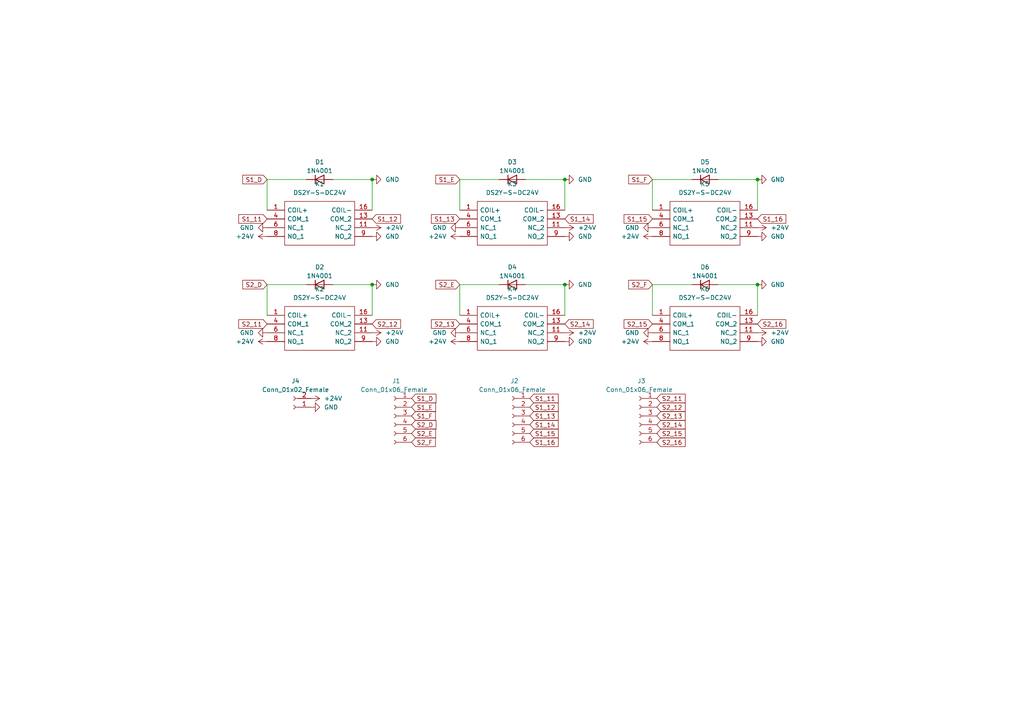
<source format=kicad_sch>
(kicad_sch (version 20211123) (generator eeschema)

  (uuid 9538e4ed-27e6-4c37-b989-9859dc0d49e8)

  (paper "A4")

  (lib_symbols
    (symbol "Connector:Conn_01x02_Female" (pin_names (offset 1.016) hide) (in_bom yes) (on_board yes)
      (property "Reference" "J" (id 0) (at 0 2.54 0)
        (effects (font (size 1.27 1.27)))
      )
      (property "Value" "Conn_01x02_Female" (id 1) (at 0 -5.08 0)
        (effects (font (size 1.27 1.27)))
      )
      (property "Footprint" "" (id 2) (at 0 0 0)
        (effects (font (size 1.27 1.27)) hide)
      )
      (property "Datasheet" "~" (id 3) (at 0 0 0)
        (effects (font (size 1.27 1.27)) hide)
      )
      (property "ki_keywords" "connector" (id 4) (at 0 0 0)
        (effects (font (size 1.27 1.27)) hide)
      )
      (property "ki_description" "Generic connector, single row, 01x02, script generated (kicad-library-utils/schlib/autogen/connector/)" (id 5) (at 0 0 0)
        (effects (font (size 1.27 1.27)) hide)
      )
      (property "ki_fp_filters" "Connector*:*_1x??_*" (id 6) (at 0 0 0)
        (effects (font (size 1.27 1.27)) hide)
      )
      (symbol "Conn_01x02_Female_1_1"
        (arc (start 0 -2.032) (mid -0.508 -2.54) (end 0 -3.048)
          (stroke (width 0.1524) (type default) (color 0 0 0 0))
          (fill (type none))
        )
        (polyline
          (pts
            (xy -1.27 -2.54)
            (xy -0.508 -2.54)
          )
          (stroke (width 0.1524) (type default) (color 0 0 0 0))
          (fill (type none))
        )
        (polyline
          (pts
            (xy -1.27 0)
            (xy -0.508 0)
          )
          (stroke (width 0.1524) (type default) (color 0 0 0 0))
          (fill (type none))
        )
        (arc (start 0 0.508) (mid -0.508 0) (end 0 -0.508)
          (stroke (width 0.1524) (type default) (color 0 0 0 0))
          (fill (type none))
        )
        (pin passive line (at -5.08 0 0) (length 3.81)
          (name "Pin_1" (effects (font (size 1.27 1.27))))
          (number "1" (effects (font (size 1.27 1.27))))
        )
        (pin passive line (at -5.08 -2.54 0) (length 3.81)
          (name "Pin_2" (effects (font (size 1.27 1.27))))
          (number "2" (effects (font (size 1.27 1.27))))
        )
      )
    )
    (symbol "Connector:Conn_01x06_Female" (pin_names (offset 1.016) hide) (in_bom yes) (on_board yes)
      (property "Reference" "J" (id 0) (at 0 7.62 0)
        (effects (font (size 1.27 1.27)))
      )
      (property "Value" "Conn_01x06_Female" (id 1) (at 0 -10.16 0)
        (effects (font (size 1.27 1.27)))
      )
      (property "Footprint" "" (id 2) (at 0 0 0)
        (effects (font (size 1.27 1.27)) hide)
      )
      (property "Datasheet" "~" (id 3) (at 0 0 0)
        (effects (font (size 1.27 1.27)) hide)
      )
      (property "ki_keywords" "connector" (id 4) (at 0 0 0)
        (effects (font (size 1.27 1.27)) hide)
      )
      (property "ki_description" "Generic connector, single row, 01x06, script generated (kicad-library-utils/schlib/autogen/connector/)" (id 5) (at 0 0 0)
        (effects (font (size 1.27 1.27)) hide)
      )
      (property "ki_fp_filters" "Connector*:*_1x??_*" (id 6) (at 0 0 0)
        (effects (font (size 1.27 1.27)) hide)
      )
      (symbol "Conn_01x06_Female_1_1"
        (arc (start 0 -7.112) (mid -0.508 -7.62) (end 0 -8.128)
          (stroke (width 0.1524) (type default) (color 0 0 0 0))
          (fill (type none))
        )
        (arc (start 0 -4.572) (mid -0.508 -5.08) (end 0 -5.588)
          (stroke (width 0.1524) (type default) (color 0 0 0 0))
          (fill (type none))
        )
        (arc (start 0 -2.032) (mid -0.508 -2.54) (end 0 -3.048)
          (stroke (width 0.1524) (type default) (color 0 0 0 0))
          (fill (type none))
        )
        (polyline
          (pts
            (xy -1.27 -7.62)
            (xy -0.508 -7.62)
          )
          (stroke (width 0.1524) (type default) (color 0 0 0 0))
          (fill (type none))
        )
        (polyline
          (pts
            (xy -1.27 -5.08)
            (xy -0.508 -5.08)
          )
          (stroke (width 0.1524) (type default) (color 0 0 0 0))
          (fill (type none))
        )
        (polyline
          (pts
            (xy -1.27 -2.54)
            (xy -0.508 -2.54)
          )
          (stroke (width 0.1524) (type default) (color 0 0 0 0))
          (fill (type none))
        )
        (polyline
          (pts
            (xy -1.27 0)
            (xy -0.508 0)
          )
          (stroke (width 0.1524) (type default) (color 0 0 0 0))
          (fill (type none))
        )
        (polyline
          (pts
            (xy -1.27 2.54)
            (xy -0.508 2.54)
          )
          (stroke (width 0.1524) (type default) (color 0 0 0 0))
          (fill (type none))
        )
        (polyline
          (pts
            (xy -1.27 5.08)
            (xy -0.508 5.08)
          )
          (stroke (width 0.1524) (type default) (color 0 0 0 0))
          (fill (type none))
        )
        (arc (start 0 0.508) (mid -0.508 0) (end 0 -0.508)
          (stroke (width 0.1524) (type default) (color 0 0 0 0))
          (fill (type none))
        )
        (arc (start 0 3.048) (mid -0.508 2.54) (end 0 2.032)
          (stroke (width 0.1524) (type default) (color 0 0 0 0))
          (fill (type none))
        )
        (arc (start 0 5.588) (mid -0.508 5.08) (end 0 4.572)
          (stroke (width 0.1524) (type default) (color 0 0 0 0))
          (fill (type none))
        )
        (pin passive line (at -5.08 5.08 0) (length 3.81)
          (name "Pin_1" (effects (font (size 1.27 1.27))))
          (number "1" (effects (font (size 1.27 1.27))))
        )
        (pin passive line (at -5.08 2.54 0) (length 3.81)
          (name "Pin_2" (effects (font (size 1.27 1.27))))
          (number "2" (effects (font (size 1.27 1.27))))
        )
        (pin passive line (at -5.08 0 0) (length 3.81)
          (name "Pin_3" (effects (font (size 1.27 1.27))))
          (number "3" (effects (font (size 1.27 1.27))))
        )
        (pin passive line (at -5.08 -2.54 0) (length 3.81)
          (name "Pin_4" (effects (font (size 1.27 1.27))))
          (number "4" (effects (font (size 1.27 1.27))))
        )
        (pin passive line (at -5.08 -5.08 0) (length 3.81)
          (name "Pin_5" (effects (font (size 1.27 1.27))))
          (number "5" (effects (font (size 1.27 1.27))))
        )
        (pin passive line (at -5.08 -7.62 0) (length 3.81)
          (name "Pin_6" (effects (font (size 1.27 1.27))))
          (number "6" (effects (font (size 1.27 1.27))))
        )
      )
    )
    (symbol "DS2Y-S-DC24V:DS2Y-S-DC24V" (pin_names (offset 0.762)) (in_bom yes) (on_board yes)
      (property "Reference" "K" (id 0) (at 26.67 7.62 0)
        (effects (font (size 1.27 1.27)) (justify left))
      )
      (property "Value" "DS2Y-S-DC24V" (id 1) (at 26.67 5.08 0)
        (effects (font (size 1.27 1.27)) (justify left))
      )
      (property "Footprint" "DS2YSDC24V" (id 2) (at 26.67 2.54 0)
        (effects (font (size 1.27 1.27)) (justify left) hide)
      )
      (property "Datasheet" "https://b2b-api.panasonic.eu/file_stream/pids/fileversion/4522" (id 3) (at 26.67 0 0)
        (effects (font (size 1.27 1.27)) (justify left) hide)
      )
      (property "Description" "Panasonic Printrelais Monostabiles Relais, 24Vdc Spule, 2-poliger Wechsler 2 A / 220V" (id 4) (at 26.67 -2.54 0)
        (effects (font (size 1.27 1.27)) (justify left) hide)
      )
      (property "Height" "9.6" (id 5) (at 26.67 -5.08 0)
        (effects (font (size 1.27 1.27)) (justify left) hide)
      )
      (property "Manufacturer_Name" "Panasonic" (id 6) (at 26.67 -7.62 0)
        (effects (font (size 1.27 1.27)) (justify left) hide)
      )
      (property "Manufacturer_Part_Number" "DS2Y-S-DC24V" (id 7) (at 26.67 -10.16 0)
        (effects (font (size 1.27 1.27)) (justify left) hide)
      )
      (property "Mouser Part Number" "769-DS2Y-S-DC24V" (id 8) (at 26.67 -12.7 0)
        (effects (font (size 1.27 1.27)) (justify left) hide)
      )
      (property "Mouser Price/Stock" "https://www.mouser.co.uk/ProductDetail/Panasonic-Industrial-Devices/DS2Y-S-DC24V?qs=HLLy2pIPwuueuYyfAMBQzQ%3D%3D" (id 9) (at 26.67 -15.24 0)
        (effects (font (size 1.27 1.27)) (justify left) hide)
      )
      (property "Arrow Part Number" "DS2Y-S-DC24V" (id 10) (at 26.67 -17.78 0)
        (effects (font (size 1.27 1.27)) (justify left) hide)
      )
      (property "Arrow Price/Stock" "https://www.arrow.com/en/products/ds2y-s-dc24v/panasonic" (id 11) (at 26.67 -20.32 0)
        (effects (font (size 1.27 1.27)) (justify left) hide)
      )
      (property "ki_description" "Panasonic Printrelais Monostabiles Relais, 24Vdc Spule, 2-poliger Wechsler 2 A / 220V" (id 12) (at 0 0 0)
        (effects (font (size 1.27 1.27)) hide)
      )
      (symbol "DS2Y-S-DC24V_0_0"
        (pin passive line (at 0 0 0) (length 5.08)
          (name "COIL+" (effects (font (size 1.27 1.27))))
          (number "1" (effects (font (size 1.27 1.27))))
        )
        (pin passive line (at 30.48 -5.08 180) (length 5.08)
          (name "NC_2" (effects (font (size 1.27 1.27))))
          (number "11" (effects (font (size 1.27 1.27))))
        )
        (pin passive line (at 30.48 -2.54 180) (length 5.08)
          (name "COM_2" (effects (font (size 1.27 1.27))))
          (number "13" (effects (font (size 1.27 1.27))))
        )
        (pin passive line (at 30.48 0 180) (length 5.08)
          (name "COIL-" (effects (font (size 1.27 1.27))))
          (number "16" (effects (font (size 1.27 1.27))))
        )
        (pin passive line (at 0 -2.54 0) (length 5.08)
          (name "COM_1" (effects (font (size 1.27 1.27))))
          (number "4" (effects (font (size 1.27 1.27))))
        )
        (pin passive line (at 0 -5.08 0) (length 5.08)
          (name "NC_1" (effects (font (size 1.27 1.27))))
          (number "6" (effects (font (size 1.27 1.27))))
        )
        (pin passive line (at 0 -7.62 0) (length 5.08)
          (name "NO_1" (effects (font (size 1.27 1.27))))
          (number "8" (effects (font (size 1.27 1.27))))
        )
        (pin passive line (at 30.48 -7.62 180) (length 5.08)
          (name "NO_2" (effects (font (size 1.27 1.27))))
          (number "9" (effects (font (size 1.27 1.27))))
        )
      )
      (symbol "DS2Y-S-DC24V_0_1"
        (polyline
          (pts
            (xy 5.08 2.54)
            (xy 25.4 2.54)
            (xy 25.4 -10.16)
            (xy 5.08 -10.16)
            (xy 5.08 2.54)
          )
          (stroke (width 0.1524) (type default) (color 0 0 0 0))
          (fill (type none))
        )
      )
    )
    (symbol "Diode:1N4001" (pin_numbers hide) (pin_names (offset 1.016) hide) (in_bom yes) (on_board yes)
      (property "Reference" "D" (id 0) (at 0 2.54 0)
        (effects (font (size 1.27 1.27)))
      )
      (property "Value" "1N4001" (id 1) (at 0 -2.54 0)
        (effects (font (size 1.27 1.27)))
      )
      (property "Footprint" "Diode_THT:D_DO-41_SOD81_P10.16mm_Horizontal" (id 2) (at 0 -4.445 0)
        (effects (font (size 1.27 1.27)) hide)
      )
      (property "Datasheet" "http://www.vishay.com/docs/88503/1n4001.pdf" (id 3) (at 0 0 0)
        (effects (font (size 1.27 1.27)) hide)
      )
      (property "ki_keywords" "diode" (id 4) (at 0 0 0)
        (effects (font (size 1.27 1.27)) hide)
      )
      (property "ki_description" "50V 1A General Purpose Rectifier Diode, DO-41" (id 5) (at 0 0 0)
        (effects (font (size 1.27 1.27)) hide)
      )
      (property "ki_fp_filters" "D*DO?41*" (id 6) (at 0 0 0)
        (effects (font (size 1.27 1.27)) hide)
      )
      (symbol "1N4001_0_1"
        (polyline
          (pts
            (xy -1.27 1.27)
            (xy -1.27 -1.27)
          )
          (stroke (width 0.254) (type default) (color 0 0 0 0))
          (fill (type none))
        )
        (polyline
          (pts
            (xy 1.27 0)
            (xy -1.27 0)
          )
          (stroke (width 0) (type default) (color 0 0 0 0))
          (fill (type none))
        )
        (polyline
          (pts
            (xy 1.27 1.27)
            (xy 1.27 -1.27)
            (xy -1.27 0)
            (xy 1.27 1.27)
          )
          (stroke (width 0.254) (type default) (color 0 0 0 0))
          (fill (type none))
        )
      )
      (symbol "1N4001_1_1"
        (pin passive line (at -3.81 0 0) (length 2.54)
          (name "K" (effects (font (size 1.27 1.27))))
          (number "1" (effects (font (size 1.27 1.27))))
        )
        (pin passive line (at 3.81 0 180) (length 2.54)
          (name "A" (effects (font (size 1.27 1.27))))
          (number "2" (effects (font (size 1.27 1.27))))
        )
      )
    )
    (symbol "power:+24V" (power) (pin_names (offset 0)) (in_bom yes) (on_board yes)
      (property "Reference" "#PWR" (id 0) (at 0 -3.81 0)
        (effects (font (size 1.27 1.27)) hide)
      )
      (property "Value" "+24V" (id 1) (at 0 3.556 0)
        (effects (font (size 1.27 1.27)))
      )
      (property "Footprint" "" (id 2) (at 0 0 0)
        (effects (font (size 1.27 1.27)) hide)
      )
      (property "Datasheet" "" (id 3) (at 0 0 0)
        (effects (font (size 1.27 1.27)) hide)
      )
      (property "ki_keywords" "power-flag" (id 4) (at 0 0 0)
        (effects (font (size 1.27 1.27)) hide)
      )
      (property "ki_description" "Power symbol creates a global label with name \"+24V\"" (id 5) (at 0 0 0)
        (effects (font (size 1.27 1.27)) hide)
      )
      (symbol "+24V_0_1"
        (polyline
          (pts
            (xy -0.762 1.27)
            (xy 0 2.54)
          )
          (stroke (width 0) (type default) (color 0 0 0 0))
          (fill (type none))
        )
        (polyline
          (pts
            (xy 0 0)
            (xy 0 2.54)
          )
          (stroke (width 0) (type default) (color 0 0 0 0))
          (fill (type none))
        )
        (polyline
          (pts
            (xy 0 2.54)
            (xy 0.762 1.27)
          )
          (stroke (width 0) (type default) (color 0 0 0 0))
          (fill (type none))
        )
      )
      (symbol "+24V_1_1"
        (pin power_in line (at 0 0 90) (length 0) hide
          (name "+24V" (effects (font (size 1.27 1.27))))
          (number "1" (effects (font (size 1.27 1.27))))
        )
      )
    )
    (symbol "power:GND" (power) (pin_names (offset 0)) (in_bom yes) (on_board yes)
      (property "Reference" "#PWR" (id 0) (at 0 -6.35 0)
        (effects (font (size 1.27 1.27)) hide)
      )
      (property "Value" "GND" (id 1) (at 0 -3.81 0)
        (effects (font (size 1.27 1.27)))
      )
      (property "Footprint" "" (id 2) (at 0 0 0)
        (effects (font (size 1.27 1.27)) hide)
      )
      (property "Datasheet" "" (id 3) (at 0 0 0)
        (effects (font (size 1.27 1.27)) hide)
      )
      (property "ki_keywords" "power-flag" (id 4) (at 0 0 0)
        (effects (font (size 1.27 1.27)) hide)
      )
      (property "ki_description" "Power symbol creates a global label with name \"GND\" , ground" (id 5) (at 0 0 0)
        (effects (font (size 1.27 1.27)) hide)
      )
      (symbol "GND_0_1"
        (polyline
          (pts
            (xy 0 0)
            (xy 0 -1.27)
            (xy 1.27 -1.27)
            (xy 0 -2.54)
            (xy -1.27 -1.27)
            (xy 0 -1.27)
          )
          (stroke (width 0) (type default) (color 0 0 0 0))
          (fill (type none))
        )
      )
      (symbol "GND_1_1"
        (pin power_in line (at 0 0 270) (length 0) hide
          (name "GND" (effects (font (size 1.27 1.27))))
          (number "1" (effects (font (size 1.27 1.27))))
        )
      )
    )
  )

  (junction (at 107.95 82.55) (diameter 0) (color 0 0 0 0)
    (uuid 1a1feb8c-62ef-41a5-a5d1-8dddc9b7da42)
  )
  (junction (at 219.71 52.07) (diameter 0) (color 0 0 0 0)
    (uuid 1a490b4f-7340-42e1-af0a-bb086d08bf4e)
  )
  (junction (at 107.95 52.07) (diameter 0) (color 0 0 0 0)
    (uuid 1b4c0a8c-8739-4c68-8da8-ccb0aef8f290)
  )
  (junction (at 163.83 82.55) (diameter 0) (color 0 0 0 0)
    (uuid 4288e9b7-8b3b-40fe-b563-ec16b8581840)
  )
  (junction (at 163.83 52.07) (diameter 0) (color 0 0 0 0)
    (uuid 4f5771c2-9f8c-4040-9798-64da6d1db4d1)
  )
  (junction (at 219.71 82.55) (diameter 0) (color 0 0 0 0)
    (uuid 8f40fa4e-02d9-4767-ab15-eef8557cd42c)
  )

  (wire (pts (xy 77.47 82.55) (xy 77.47 91.44))
    (stroke (width 0) (type default) (color 0 0 0 0))
    (uuid 0f84c524-eb31-47b2-8a2b-71a05cef827f)
  )
  (wire (pts (xy 163.83 91.44) (xy 163.83 82.55))
    (stroke (width 0) (type default) (color 0 0 0 0))
    (uuid 1f29a987-8c66-4350-94a4-4de351f67920)
  )
  (wire (pts (xy 219.71 91.44) (xy 219.71 82.55))
    (stroke (width 0) (type default) (color 0 0 0 0))
    (uuid 1f29b3b2-67cf-4397-9aad-fb10d5cedd9c)
  )
  (wire (pts (xy 208.28 52.07) (xy 219.71 52.07))
    (stroke (width 0) (type default) (color 0 0 0 0))
    (uuid 39d4e340-18e0-4c07-b0b7-f63cb411db7f)
  )
  (wire (pts (xy 96.52 52.07) (xy 107.95 52.07))
    (stroke (width 0) (type default) (color 0 0 0 0))
    (uuid 3b8babcd-05fc-439c-94a7-804eb4081043)
  )
  (wire (pts (xy 88.9 82.55) (xy 77.47 82.55))
    (stroke (width 0) (type default) (color 0 0 0 0))
    (uuid 3d883451-4511-4c7b-a95d-d792cc7e4739)
  )
  (wire (pts (xy 144.78 82.55) (xy 133.35 82.55))
    (stroke (width 0) (type default) (color 0 0 0 0))
    (uuid 42236bcd-5535-435e-abef-dad389ad9b5d)
  )
  (wire (pts (xy 107.95 91.44) (xy 107.95 82.55))
    (stroke (width 0) (type default) (color 0 0 0 0))
    (uuid 4b21ab60-8954-4ced-9cbd-29af8d98fd4b)
  )
  (wire (pts (xy 133.35 82.55) (xy 133.35 91.44))
    (stroke (width 0) (type default) (color 0 0 0 0))
    (uuid 4fb0b989-2328-421b-960f-ec9c76efe553)
  )
  (wire (pts (xy 200.66 52.07) (xy 189.23 52.07))
    (stroke (width 0) (type default) (color 0 0 0 0))
    (uuid 583b50db-de26-493d-ac41-d49002fa9f40)
  )
  (wire (pts (xy 152.4 52.07) (xy 163.83 52.07))
    (stroke (width 0) (type default) (color 0 0 0 0))
    (uuid 58815f71-6579-4e34-a108-01f8b4788fc8)
  )
  (wire (pts (xy 133.35 52.07) (xy 133.35 60.96))
    (stroke (width 0) (type default) (color 0 0 0 0))
    (uuid 6402d98d-7da3-406c-8a95-958ec476e7d8)
  )
  (wire (pts (xy 77.47 52.07) (xy 77.47 60.96))
    (stroke (width 0) (type default) (color 0 0 0 0))
    (uuid 69d13859-0754-4c96-aca4-07e337ea2639)
  )
  (wire (pts (xy 189.23 52.07) (xy 189.23 60.96))
    (stroke (width 0) (type default) (color 0 0 0 0))
    (uuid 6f0ce550-fd7b-432f-9585-0b3f9ce872f2)
  )
  (wire (pts (xy 208.28 82.55) (xy 219.71 82.55))
    (stroke (width 0) (type default) (color 0 0 0 0))
    (uuid 70389998-73b5-4090-98f6-1795412f5b06)
  )
  (wire (pts (xy 88.9 52.07) (xy 77.47 52.07))
    (stroke (width 0) (type default) (color 0 0 0 0))
    (uuid 8155ab9c-89c9-458f-9642-2a5f6f7c15b5)
  )
  (wire (pts (xy 107.95 60.96) (xy 107.95 52.07))
    (stroke (width 0) (type default) (color 0 0 0 0))
    (uuid 968d5315-2d4c-420e-a8af-d0437b449974)
  )
  (wire (pts (xy 189.23 82.55) (xy 189.23 91.44))
    (stroke (width 0) (type default) (color 0 0 0 0))
    (uuid b4f61f63-a246-442a-a22b-1e4b9d723d59)
  )
  (wire (pts (xy 163.83 60.96) (xy 163.83 52.07))
    (stroke (width 0) (type default) (color 0 0 0 0))
    (uuid c94351c5-e238-4008-a2a2-fd41c1f1958e)
  )
  (wire (pts (xy 152.4 82.55) (xy 163.83 82.55))
    (stroke (width 0) (type default) (color 0 0 0 0))
    (uuid db359fa1-4fc2-4f68-aa0b-eb055361609b)
  )
  (wire (pts (xy 200.66 82.55) (xy 189.23 82.55))
    (stroke (width 0) (type default) (color 0 0 0 0))
    (uuid e98ad17d-4d2c-4539-a6c8-bdf16166526a)
  )
  (wire (pts (xy 219.71 60.96) (xy 219.71 52.07))
    (stroke (width 0) (type default) (color 0 0 0 0))
    (uuid ecb68e69-c72f-4860-98ca-26907f05cb0a)
  )
  (wire (pts (xy 96.52 82.55) (xy 107.95 82.55))
    (stroke (width 0) (type default) (color 0 0 0 0))
    (uuid ecda60a8-226a-49c2-91e1-9f348455940f)
  )
  (wire (pts (xy 144.78 52.07) (xy 133.35 52.07))
    (stroke (width 0) (type default) (color 0 0 0 0))
    (uuid f31bfee6-c397-49f5-8b7e-983dd31831b0)
  )

  (global_label "S2_F" (shape input) (at 119.38 128.27 0) (fields_autoplaced)
    (effects (font (size 1.27 1.27)) (justify left))
    (uuid 0952865f-31a3-44ce-81b6-946799efa62b)
    (property "Intersheet References" "${INTERSHEET_REFS}" (id 0) (at 126.2683 128.1906 0)
      (effects (font (size 1.27 1.27)) (justify left) hide)
    )
  )
  (global_label "S2_D" (shape input) (at 77.47 82.55 180) (fields_autoplaced)
    (effects (font (size 1.27 1.27)) (justify right))
    (uuid 1fa60e24-bdb5-4b54-9ba1-242e986100e0)
    (property "Intersheet References" "${INTERSHEET_REFS}" (id 0) (at 70.4002 82.4706 0)
      (effects (font (size 1.27 1.27)) (justify right) hide)
    )
  )
  (global_label "S1_15" (shape input) (at 153.67 125.73 0) (fields_autoplaced)
    (effects (font (size 1.27 1.27)) (justify left))
    (uuid 2a2babef-0f9a-4866-90ea-76bd68954d90)
    (property "Intersheet References" "${INTERSHEET_REFS}" (id 0) (at 161.8888 125.6506 0)
      (effects (font (size 1.27 1.27)) (justify left) hide)
    )
  )
  (global_label "S2_D" (shape input) (at 119.38 123.19 0) (fields_autoplaced)
    (effects (font (size 1.27 1.27)) (justify left))
    (uuid 2b4d3629-adda-4d0b-be32-e61527488c9c)
    (property "Intersheet References" "${INTERSHEET_REFS}" (id 0) (at 126.4498 123.1106 0)
      (effects (font (size 1.27 1.27)) (justify left) hide)
    )
  )
  (global_label "S2_E" (shape input) (at 133.35 82.55 180) (fields_autoplaced)
    (effects (font (size 1.27 1.27)) (justify right))
    (uuid 30669668-eca6-41d5-9cf1-b30de9f572ec)
    (property "Intersheet References" "${INTERSHEET_REFS}" (id 0) (at 126.4012 82.4706 0)
      (effects (font (size 1.27 1.27)) (justify right) hide)
    )
  )
  (global_label "S2_E" (shape input) (at 119.38 125.73 0) (fields_autoplaced)
    (effects (font (size 1.27 1.27)) (justify left))
    (uuid 3db2b404-619a-41b9-a1eb-14073b00f5b9)
    (property "Intersheet References" "${INTERSHEET_REFS}" (id 0) (at 126.3288 125.6506 0)
      (effects (font (size 1.27 1.27)) (justify left) hide)
    )
  )
  (global_label "S1_13" (shape input) (at 133.35 63.5 180) (fields_autoplaced)
    (effects (font (size 1.27 1.27)) (justify right))
    (uuid 42a26e80-0e34-40f7-87fb-c5fe732164d5)
    (property "Intersheet References" "${INTERSHEET_REFS}" (id 0) (at 125.1312 63.4206 0)
      (effects (font (size 1.27 1.27)) (justify right) hide)
    )
  )
  (global_label "S1_14" (shape input) (at 163.83 63.5 0) (fields_autoplaced)
    (effects (font (size 1.27 1.27)) (justify left))
    (uuid 46a480b1-d031-4b9b-9054-717515fe405a)
    (property "Intersheet References" "${INTERSHEET_REFS}" (id 0) (at 172.0488 63.4206 0)
      (effects (font (size 1.27 1.27)) (justify left) hide)
    )
  )
  (global_label "S2_11" (shape input) (at 77.47 93.98 180) (fields_autoplaced)
    (effects (font (size 1.27 1.27)) (justify right))
    (uuid 52f28bc6-440b-41a0-bc45-3072e7c07ba0)
    (property "Intersheet References" "${INTERSHEET_REFS}" (id 0) (at 69.2512 93.9006 0)
      (effects (font (size 1.27 1.27)) (justify right) hide)
    )
  )
  (global_label "S2_14" (shape input) (at 163.83 93.98 0) (fields_autoplaced)
    (effects (font (size 1.27 1.27)) (justify left))
    (uuid 541ad2e0-255c-4a7f-99ec-d538a94c4186)
    (property "Intersheet References" "${INTERSHEET_REFS}" (id 0) (at 172.0488 93.9006 0)
      (effects (font (size 1.27 1.27)) (justify left) hide)
    )
  )
  (global_label "S1_13" (shape input) (at 153.67 120.65 0) (fields_autoplaced)
    (effects (font (size 1.27 1.27)) (justify left))
    (uuid 58b78c22-df9f-4c40-9b73-6e0cb7905987)
    (property "Intersheet References" "${INTERSHEET_REFS}" (id 0) (at 161.8888 120.5706 0)
      (effects (font (size 1.27 1.27)) (justify left) hide)
    )
  )
  (global_label "S1_E" (shape input) (at 133.35 52.07 180) (fields_autoplaced)
    (effects (font (size 1.27 1.27)) (justify right))
    (uuid 5b9ad715-a982-4ba0-acc3-297b1f733223)
    (property "Intersheet References" "${INTERSHEET_REFS}" (id 0) (at 126.4012 51.9906 0)
      (effects (font (size 1.27 1.27)) (justify right) hide)
    )
  )
  (global_label "S1_16" (shape input) (at 219.71 63.5 0) (fields_autoplaced)
    (effects (font (size 1.27 1.27)) (justify left))
    (uuid 5de34b08-cda8-4bcd-88c5-08b3127e2a96)
    (property "Intersheet References" "${INTERSHEET_REFS}" (id 0) (at 227.9288 63.4206 0)
      (effects (font (size 1.27 1.27)) (justify left) hide)
    )
  )
  (global_label "S2_12" (shape input) (at 190.5 118.11 0) (fields_autoplaced)
    (effects (font (size 1.27 1.27)) (justify left))
    (uuid 5fd0c582-94c3-4b90-bbe9-8d33ffdc7d39)
    (property "Intersheet References" "${INTERSHEET_REFS}" (id 0) (at 198.7188 118.0306 0)
      (effects (font (size 1.27 1.27)) (justify left) hide)
    )
  )
  (global_label "S2_13" (shape input) (at 190.5 120.65 0) (fields_autoplaced)
    (effects (font (size 1.27 1.27)) (justify left))
    (uuid 6079a4f2-c51a-47e6-9c1e-1ce3b6c8c1fe)
    (property "Intersheet References" "${INTERSHEET_REFS}" (id 0) (at 198.7188 120.5706 0)
      (effects (font (size 1.27 1.27)) (justify left) hide)
    )
  )
  (global_label "S1_E" (shape input) (at 119.38 118.11 0) (fields_autoplaced)
    (effects (font (size 1.27 1.27)) (justify left))
    (uuid 607d5948-e4a5-44ac-a85b-ef0b7596474d)
    (property "Intersheet References" "${INTERSHEET_REFS}" (id 0) (at 126.3288 118.0306 0)
      (effects (font (size 1.27 1.27)) (justify left) hide)
    )
  )
  (global_label "S1_D" (shape input) (at 77.47 52.07 180) (fields_autoplaced)
    (effects (font (size 1.27 1.27)) (justify right))
    (uuid 66aa4fb1-819a-44f2-8aa8-16e3e0d76dff)
    (property "Intersheet References" "${INTERSHEET_REFS}" (id 0) (at 70.4002 52.1494 0)
      (effects (font (size 1.27 1.27)) (justify right) hide)
    )
  )
  (global_label "S1_D" (shape input) (at 119.38 115.57 0) (fields_autoplaced)
    (effects (font (size 1.27 1.27)) (justify left))
    (uuid 67fb1607-9176-4c2f-914a-95e66fe03348)
    (property "Intersheet References" "${INTERSHEET_REFS}" (id 0) (at 126.4498 115.4906 0)
      (effects (font (size 1.27 1.27)) (justify left) hide)
    )
  )
  (global_label "S1_14" (shape input) (at 153.67 123.19 0) (fields_autoplaced)
    (effects (font (size 1.27 1.27)) (justify left))
    (uuid 82a1eaf5-f366-48f5-9a9b-2d2c4031bafe)
    (property "Intersheet References" "${INTERSHEET_REFS}" (id 0) (at 161.8888 123.1106 0)
      (effects (font (size 1.27 1.27)) (justify left) hide)
    )
  )
  (global_label "S1_F" (shape input) (at 189.23 52.07 180) (fields_autoplaced)
    (effects (font (size 1.27 1.27)) (justify right))
    (uuid 9fe8b9d9-b7b0-4297-b94b-e0794866c033)
    (property "Intersheet References" "${INTERSHEET_REFS}" (id 0) (at 182.3417 51.9906 0)
      (effects (font (size 1.27 1.27)) (justify right) hide)
    )
  )
  (global_label "S2_11" (shape input) (at 190.5 115.57 0) (fields_autoplaced)
    (effects (font (size 1.27 1.27)) (justify left))
    (uuid a8f07c2c-b596-4ccd-9871-cf481af51318)
    (property "Intersheet References" "${INTERSHEET_REFS}" (id 0) (at 198.7188 115.4906 0)
      (effects (font (size 1.27 1.27)) (justify left) hide)
    )
  )
  (global_label "S1_12" (shape input) (at 153.67 118.11 0) (fields_autoplaced)
    (effects (font (size 1.27 1.27)) (justify left))
    (uuid a9b58ca2-fdce-4341-a81c-573a77ebb1ea)
    (property "Intersheet References" "${INTERSHEET_REFS}" (id 0) (at 161.8888 118.0306 0)
      (effects (font (size 1.27 1.27)) (justify left) hide)
    )
  )
  (global_label "S2_16" (shape input) (at 190.5 128.27 0) (fields_autoplaced)
    (effects (font (size 1.27 1.27)) (justify left))
    (uuid ac357e85-9a35-4f32-b161-e2911693aa3c)
    (property "Intersheet References" "${INTERSHEET_REFS}" (id 0) (at 198.7188 128.1906 0)
      (effects (font (size 1.27 1.27)) (justify left) hide)
    )
  )
  (global_label "S2_15" (shape input) (at 190.5 125.73 0) (fields_autoplaced)
    (effects (font (size 1.27 1.27)) (justify left))
    (uuid ae4b5b11-eb98-48a9-ada1-f7ec83d0e866)
    (property "Intersheet References" "${INTERSHEET_REFS}" (id 0) (at 198.7188 125.6506 0)
      (effects (font (size 1.27 1.27)) (justify left) hide)
    )
  )
  (global_label "S2_15" (shape input) (at 189.23 93.98 180) (fields_autoplaced)
    (effects (font (size 1.27 1.27)) (justify right))
    (uuid b639b28a-e09d-4399-9ec2-2c4e6c0839d9)
    (property "Intersheet References" "${INTERSHEET_REFS}" (id 0) (at 181.0112 93.9006 0)
      (effects (font (size 1.27 1.27)) (justify right) hide)
    )
  )
  (global_label "S1_F" (shape input) (at 119.38 120.65 0) (fields_autoplaced)
    (effects (font (size 1.27 1.27)) (justify left))
    (uuid c32fbfb0-b1c6-4504-8562-af27f76440a2)
    (property "Intersheet References" "${INTERSHEET_REFS}" (id 0) (at 126.2683 120.5706 0)
      (effects (font (size 1.27 1.27)) (justify left) hide)
    )
  )
  (global_label "S1_12" (shape input) (at 107.95 63.5 0) (fields_autoplaced)
    (effects (font (size 1.27 1.27)) (justify left))
    (uuid c85c6454-6249-41f2-b2ba-6e3b427fa3e9)
    (property "Intersheet References" "${INTERSHEET_REFS}" (id 0) (at 116.1688 63.4206 0)
      (effects (font (size 1.27 1.27)) (justify left) hide)
    )
  )
  (global_label "S1_15" (shape input) (at 189.23 63.5 180) (fields_autoplaced)
    (effects (font (size 1.27 1.27)) (justify right))
    (uuid ccc855da-478e-4567-a523-d95c107e5284)
    (property "Intersheet References" "${INTERSHEET_REFS}" (id 0) (at 181.0112 63.4206 0)
      (effects (font (size 1.27 1.27)) (justify right) hide)
    )
  )
  (global_label "S1_11" (shape input) (at 153.67 115.57 0) (fields_autoplaced)
    (effects (font (size 1.27 1.27)) (justify left))
    (uuid ccfc9414-d472-438c-b6c7-9d942fa29493)
    (property "Intersheet References" "${INTERSHEET_REFS}" (id 0) (at 161.8888 115.4906 0)
      (effects (font (size 1.27 1.27)) (justify left) hide)
    )
  )
  (global_label "S1_11" (shape input) (at 77.47 63.5 180) (fields_autoplaced)
    (effects (font (size 1.27 1.27)) (justify right))
    (uuid d7919fc9-a73b-4296-b3fe-3382b6bee081)
    (property "Intersheet References" "${INTERSHEET_REFS}" (id 0) (at 69.2512 63.5794 0)
      (effects (font (size 1.27 1.27)) (justify right) hide)
    )
  )
  (global_label "S2_12" (shape input) (at 107.95 93.98 0) (fields_autoplaced)
    (effects (font (size 1.27 1.27)) (justify left))
    (uuid d8c87f97-642b-46cc-b0b6-6278b11f05bc)
    (property "Intersheet References" "${INTERSHEET_REFS}" (id 0) (at 116.1688 93.9006 0)
      (effects (font (size 1.27 1.27)) (justify left) hide)
    )
  )
  (global_label "S2_16" (shape input) (at 219.71 93.98 0) (fields_autoplaced)
    (effects (font (size 1.27 1.27)) (justify left))
    (uuid db4bc156-2b5c-4d56-a0bb-7ad96de61dca)
    (property "Intersheet References" "${INTERSHEET_REFS}" (id 0) (at 227.9288 93.9006 0)
      (effects (font (size 1.27 1.27)) (justify left) hide)
    )
  )
  (global_label "S2_F" (shape input) (at 189.23 82.55 180) (fields_autoplaced)
    (effects (font (size 1.27 1.27)) (justify right))
    (uuid e3946314-5de4-4f1d-ad05-cc58bc5c6a80)
    (property "Intersheet References" "${INTERSHEET_REFS}" (id 0) (at 182.3417 82.4706 0)
      (effects (font (size 1.27 1.27)) (justify right) hide)
    )
  )
  (global_label "S2_13" (shape input) (at 133.35 93.98 180) (fields_autoplaced)
    (effects (font (size 1.27 1.27)) (justify right))
    (uuid e8ab330f-7527-465c-a2d7-363f23fed7e8)
    (property "Intersheet References" "${INTERSHEET_REFS}" (id 0) (at 125.1312 93.9006 0)
      (effects (font (size 1.27 1.27)) (justify right) hide)
    )
  )
  (global_label "S1_16" (shape input) (at 153.67 128.27 0) (fields_autoplaced)
    (effects (font (size 1.27 1.27)) (justify left))
    (uuid eacf24f3-8ebc-4f32-8736-cbade7d37866)
    (property "Intersheet References" "${INTERSHEET_REFS}" (id 0) (at 161.8888 128.1906 0)
      (effects (font (size 1.27 1.27)) (justify left) hide)
    )
  )
  (global_label "S2_14" (shape input) (at 190.5 123.19 0) (fields_autoplaced)
    (effects (font (size 1.27 1.27)) (justify left))
    (uuid fa97d725-93cf-4a1b-b2c0-7331025099ae)
    (property "Intersheet References" "${INTERSHEET_REFS}" (id 0) (at 198.7188 123.1106 0)
      (effects (font (size 1.27 1.27)) (justify left) hide)
    )
  )

  (symbol (lib_id "Connector:Conn_01x02_Female") (at 85.09 118.11 180) (unit 1)
    (in_bom yes) (on_board yes) (fields_autoplaced)
    (uuid 0af723a5-272d-4bb8-a5dd-d77f2cc32b7d)
    (property "Reference" "J4" (id 0) (at 85.725 110.49 0))
    (property "Value" "" (id 1) (at 85.725 113.03 0))
    (property "Footprint" "" (id 2) (at 85.09 118.11 0)
      (effects (font (size 1.27 1.27)) hide)
    )
    (property "Datasheet" "~" (id 3) (at 85.09 118.11 0)
      (effects (font (size 1.27 1.27)) hide)
    )
    (pin "1" (uuid d76e08a7-fd61-4f13-97bf-42deaa0732f7))
    (pin "2" (uuid 008d5560-51d4-4676-aed2-f3f94fdc74d7))
  )

  (symbol (lib_id "power:GND") (at 90.17 118.11 90) (unit 1)
    (in_bom yes) (on_board yes) (fields_autoplaced)
    (uuid 0b59c8de-5ced-4bd8-9f0b-b7169cf52050)
    (property "Reference" "#PWR0131" (id 0) (at 96.52 118.11 0)
      (effects (font (size 1.27 1.27)) hide)
    )
    (property "Value" "" (id 1) (at 93.98 118.1099 90)
      (effects (font (size 1.27 1.27)) (justify right))
    )
    (property "Footprint" "" (id 2) (at 90.17 118.11 0)
      (effects (font (size 1.27 1.27)) hide)
    )
    (property "Datasheet" "" (id 3) (at 90.17 118.11 0)
      (effects (font (size 1.27 1.27)) hide)
    )
    (pin "1" (uuid d28db01d-9cbf-4af0-8da5-459bfbfbd0ca))
  )

  (symbol (lib_id "power:GND") (at 189.23 66.04 270) (unit 1)
    (in_bom yes) (on_board yes) (fields_autoplaced)
    (uuid 103e505c-9586-4322-930a-2120f316091c)
    (property "Reference" "#PWR0105" (id 0) (at 182.88 66.04 0)
      (effects (font (size 1.27 1.27)) hide)
    )
    (property "Value" "GND" (id 1) (at 185.42 66.0399 90)
      (effects (font (size 1.27 1.27)) (justify right))
    )
    (property "Footprint" "" (id 2) (at 189.23 66.04 0)
      (effects (font (size 1.27 1.27)) hide)
    )
    (property "Datasheet" "" (id 3) (at 189.23 66.04 0)
      (effects (font (size 1.27 1.27)) hide)
    )
    (pin "1" (uuid 7243884e-6af2-4ac1-a196-26b8a7ce065e))
  )

  (symbol (lib_id "Diode:1N4001") (at 148.59 52.07 0) (unit 1)
    (in_bom yes) (on_board yes)
    (uuid 13c0148e-4de3-4d1a-bc31-47fdd6e80ff4)
    (property "Reference" "D3" (id 0) (at 148.59 46.99 0))
    (property "Value" "1N4001" (id 1) (at 148.59 49.53 0))
    (property "Footprint" "Diode_THT:D_DO-41_SOD81_P10.16mm_Horizontal" (id 2) (at 148.59 56.515 0)
      (effects (font (size 1.27 1.27)) hide)
    )
    (property "Datasheet" "http://www.vishay.com/docs/88503/1n4001.pdf" (id 3) (at 148.59 52.07 0)
      (effects (font (size 1.27 1.27)) hide)
    )
    (pin "1" (uuid 281af78e-a348-4c0e-9eb5-bbc36fac5388))
    (pin "2" (uuid 5dfc0529-4a02-4424-9952-0edbff0c2b73))
  )

  (symbol (lib_id "DS2Y-S-DC24V:DS2Y-S-DC24V") (at 189.23 91.44 0) (unit 1)
    (in_bom yes) (on_board yes) (fields_autoplaced)
    (uuid 14087910-50e9-4f76-9815-9d64819a04c1)
    (property "Reference" "K6" (id 0) (at 204.47 83.82 0))
    (property "Value" "DS2Y-S-DC24V" (id 1) (at 204.47 86.36 0))
    (property "Footprint" "" (id 2) (at 215.9 88.9 0)
      (effects (font (size 1.27 1.27)) (justify left) hide)
    )
    (property "Datasheet" "https://b2b-api.panasonic.eu/file_stream/pids/fileversion/4522" (id 3) (at 215.9 91.44 0)
      (effects (font (size 1.27 1.27)) (justify left) hide)
    )
    (property "Description" "Panasonic Printrelais Monostabiles Relais, 24Vdc Spule, 2-poliger Wechsler 2 A / 220V" (id 4) (at 215.9 93.98 0)
      (effects (font (size 1.27 1.27)) (justify left) hide)
    )
    (property "Height" "9.6" (id 5) (at 215.9 96.52 0)
      (effects (font (size 1.27 1.27)) (justify left) hide)
    )
    (property "Manufacturer_Name" "Panasonic" (id 6) (at 215.9 99.06 0)
      (effects (font (size 1.27 1.27)) (justify left) hide)
    )
    (property "Manufacturer_Part_Number" "DS2Y-S-DC24V" (id 7) (at 215.9 101.6 0)
      (effects (font (size 1.27 1.27)) (justify left) hide)
    )
    (property "Mouser Part Number" "769-DS2Y-S-DC24V" (id 8) (at 215.9 104.14 0)
      (effects (font (size 1.27 1.27)) (justify left) hide)
    )
    (property "Mouser Price/Stock" "https://www.mouser.co.uk/ProductDetail/Panasonic-Industrial-Devices/DS2Y-S-DC24V?qs=HLLy2pIPwuueuYyfAMBQzQ%3D%3D" (id 9) (at 215.9 106.68 0)
      (effects (font (size 1.27 1.27)) (justify left) hide)
    )
    (property "Arrow Part Number" "DS2Y-S-DC24V" (id 10) (at 215.9 109.22 0)
      (effects (font (size 1.27 1.27)) (justify left) hide)
    )
    (property "Arrow Price/Stock" "https://www.arrow.com/en/products/ds2y-s-dc24v/panasonic" (id 11) (at 215.9 111.76 0)
      (effects (font (size 1.27 1.27)) (justify left) hide)
    )
    (pin "1" (uuid 98109196-32e6-4a4d-affb-6ac8902c844c))
    (pin "11" (uuid 5673266c-7f5b-4bc8-bb15-bb3d8be59dc4))
    (pin "13" (uuid db6e2f64-7b6b-4f04-b67e-506784fa2eb8))
    (pin "16" (uuid 7023d111-0c49-44cb-9efb-2047215bb3df))
    (pin "4" (uuid e2be0218-c41d-4edb-94ea-aeca97c28884))
    (pin "6" (uuid 7c308bf7-b2dc-4c3d-a87e-b310d785f6f9))
    (pin "8" (uuid c85adb16-7bec-417c-a12f-6ad1f00794f3))
    (pin "9" (uuid f8fca902-496c-4a92-8a18-6c2f16a93396))
  )

  (symbol (lib_id "power:GND") (at 107.95 52.07 90) (unit 1)
    (in_bom yes) (on_board yes) (fields_autoplaced)
    (uuid 17894d5d-f804-484b-887f-ff7f010a6d56)
    (property "Reference" "#PWR0126" (id 0) (at 114.3 52.07 0)
      (effects (font (size 1.27 1.27)) hide)
    )
    (property "Value" "" (id 1) (at 111.76 52.0699 90)
      (effects (font (size 1.27 1.27)) (justify right))
    )
    (property "Footprint" "" (id 2) (at 107.95 52.07 0)
      (effects (font (size 1.27 1.27)) hide)
    )
    (property "Datasheet" "" (id 3) (at 107.95 52.07 0)
      (effects (font (size 1.27 1.27)) hide)
    )
    (pin "1" (uuid 550b50b7-ad9b-478b-a356-d3d7438b207e))
  )

  (symbol (lib_id "power:GND") (at 163.83 68.58 90) (unit 1)
    (in_bom yes) (on_board yes) (fields_autoplaced)
    (uuid 1b584b1f-2f43-4714-b91f-b146cd853b1f)
    (property "Reference" "#PWR0120" (id 0) (at 170.18 68.58 0)
      (effects (font (size 1.27 1.27)) hide)
    )
    (property "Value" "GND" (id 1) (at 167.64 68.5799 90)
      (effects (font (size 1.27 1.27)) (justify right))
    )
    (property "Footprint" "" (id 2) (at 163.83 68.58 0)
      (effects (font (size 1.27 1.27)) hide)
    )
    (property "Datasheet" "" (id 3) (at 163.83 68.58 0)
      (effects (font (size 1.27 1.27)) hide)
    )
    (pin "1" (uuid 8515f54a-5fac-44f6-89b1-1ef7944d4c6d))
  )

  (symbol (lib_id "power:GND") (at 133.35 66.04 270) (unit 1)
    (in_bom yes) (on_board yes) (fields_autoplaced)
    (uuid 20279717-6d3f-47e5-a808-67f2729c9943)
    (property "Reference" "#PWR0129" (id 0) (at 127 66.04 0)
      (effects (font (size 1.27 1.27)) hide)
    )
    (property "Value" "GND" (id 1) (at 129.54 66.0399 90)
      (effects (font (size 1.27 1.27)) (justify right))
    )
    (property "Footprint" "" (id 2) (at 133.35 66.04 0)
      (effects (font (size 1.27 1.27)) hide)
    )
    (property "Datasheet" "" (id 3) (at 133.35 66.04 0)
      (effects (font (size 1.27 1.27)) hide)
    )
    (pin "1" (uuid d3354ac5-c0e9-46fd-bd20-abfd2f814da0))
  )

  (symbol (lib_id "power:+24V") (at 189.23 99.06 90) (unit 1)
    (in_bom yes) (on_board yes) (fields_autoplaced)
    (uuid 24dc6f6d-a6cb-4d9e-b43e-0eec00704cc8)
    (property "Reference" "#PWR0112" (id 0) (at 193.04 99.06 0)
      (effects (font (size 1.27 1.27)) hide)
    )
    (property "Value" "+24V" (id 1) (at 185.42 99.0599 90)
      (effects (font (size 1.27 1.27)) (justify left))
    )
    (property "Footprint" "" (id 2) (at 189.23 99.06 0)
      (effects (font (size 1.27 1.27)) hide)
    )
    (property "Datasheet" "" (id 3) (at 189.23 99.06 0)
      (effects (font (size 1.27 1.27)) hide)
    )
    (pin "1" (uuid d0d7ed7a-71bf-45af-a04e-dff442e512fe))
  )

  (symbol (lib_id "power:GND") (at 163.83 52.07 90) (unit 1)
    (in_bom yes) (on_board yes) (fields_autoplaced)
    (uuid 3329aa9a-6034-4385-babe-bbd7c7d983c8)
    (property "Reference" "#PWR0118" (id 0) (at 170.18 52.07 0)
      (effects (font (size 1.27 1.27)) hide)
    )
    (property "Value" "GND" (id 1) (at 167.64 52.0699 90)
      (effects (font (size 1.27 1.27)) (justify right))
    )
    (property "Footprint" "" (id 2) (at 163.83 52.07 0)
      (effects (font (size 1.27 1.27)) hide)
    )
    (property "Datasheet" "" (id 3) (at 163.83 52.07 0)
      (effects (font (size 1.27 1.27)) hide)
    )
    (pin "1" (uuid bd0faccc-482c-4ffb-b52a-b33bdf8a3c66))
  )

  (symbol (lib_id "power:+24V") (at 219.71 66.04 270) (unit 1)
    (in_bom yes) (on_board yes) (fields_autoplaced)
    (uuid 3cb3cb52-753a-4782-b75e-e46731efd24b)
    (property "Reference" "#PWR0107" (id 0) (at 215.9 66.04 0)
      (effects (font (size 1.27 1.27)) hide)
    )
    (property "Value" "+24V" (id 1) (at 223.52 66.0399 90)
      (effects (font (size 1.27 1.27)) (justify left))
    )
    (property "Footprint" "" (id 2) (at 219.71 66.04 0)
      (effects (font (size 1.27 1.27)) hide)
    )
    (property "Datasheet" "" (id 3) (at 219.71 66.04 0)
      (effects (font (size 1.27 1.27)) hide)
    )
    (pin "1" (uuid 580cc68d-26bb-4cc7-8204-263d22a709d2))
  )

  (symbol (lib_id "Connector:Conn_01x06_Female") (at 114.3 120.65 0) (mirror y) (unit 1)
    (in_bom yes) (on_board yes)
    (uuid 438a9008-c87c-49cb-9a22-4c74168651b9)
    (property "Reference" "J1" (id 0) (at 114.935 110.49 0))
    (property "Value" "" (id 1) (at 114.3 113.03 0))
    (property "Footprint" "" (id 2) (at 114.3 120.65 0)
      (effects (font (size 1.27 1.27)) hide)
    )
    (property "Datasheet" "~" (id 3) (at 114.3 120.65 0)
      (effects (font (size 1.27 1.27)) hide)
    )
    (pin "1" (uuid 8fc07b48-18d0-475b-a477-f6b31321759a))
    (pin "2" (uuid 20dfccfc-7189-42c3-a302-51c082b75fdb))
    (pin "3" (uuid e6e264fc-d950-4cbd-ab17-8af3e5c4c918))
    (pin "4" (uuid 6ad38deb-ddc7-4c62-b1a4-42f0ec61dd92))
    (pin "5" (uuid 7ed1cd20-6731-494f-aa1e-db000c2977d3))
    (pin "6" (uuid a1e1b389-d2fb-45c2-9762-4057932165ad))
  )

  (symbol (lib_id "Diode:1N4001") (at 148.59 82.55 0) (unit 1)
    (in_bom yes) (on_board yes)
    (uuid 4686cfa3-de45-4481-910e-3775b1611350)
    (property "Reference" "D4" (id 0) (at 148.59 77.47 0))
    (property "Value" "1N4001" (id 1) (at 148.59 80.01 0))
    (property "Footprint" "Diode_THT:D_DO-41_SOD81_P10.16mm_Horizontal" (id 2) (at 148.59 86.995 0)
      (effects (font (size 1.27 1.27)) hide)
    )
    (property "Datasheet" "http://www.vishay.com/docs/88503/1n4001.pdf" (id 3) (at 148.59 82.55 0)
      (effects (font (size 1.27 1.27)) hide)
    )
    (pin "1" (uuid 15faa877-2b8a-4e77-ac5a-48481da2d55b))
    (pin "2" (uuid b83ac7e1-ae33-48db-967e-75fa52cffd5b))
  )

  (symbol (lib_id "power:+24V") (at 107.95 96.52 270) (unit 1)
    (in_bom yes) (on_board yes) (fields_autoplaced)
    (uuid 4951ca92-adcc-4f55-ab13-1b41e3571ec2)
    (property "Reference" "#PWR0124" (id 0) (at 104.14 96.52 0)
      (effects (font (size 1.27 1.27)) hide)
    )
    (property "Value" "+24V" (id 1) (at 111.76 96.5199 90)
      (effects (font (size 1.27 1.27)) (justify left))
    )
    (property "Footprint" "" (id 2) (at 107.95 96.52 0)
      (effects (font (size 1.27 1.27)) hide)
    )
    (property "Datasheet" "" (id 3) (at 107.95 96.52 0)
      (effects (font (size 1.27 1.27)) hide)
    )
    (pin "1" (uuid cb7112c4-b6f2-45fc-aa13-f6986a831a78))
  )

  (symbol (lib_id "power:GND") (at 189.23 96.52 270) (unit 1)
    (in_bom yes) (on_board yes) (fields_autoplaced)
    (uuid 4f107cd9-7533-435b-9fbe-ae3ee0c8b7fd)
    (property "Reference" "#PWR0111" (id 0) (at 182.88 96.52 0)
      (effects (font (size 1.27 1.27)) hide)
    )
    (property "Value" "GND" (id 1) (at 185.42 96.5199 90)
      (effects (font (size 1.27 1.27)) (justify right))
    )
    (property "Footprint" "" (id 2) (at 189.23 96.52 0)
      (effects (font (size 1.27 1.27)) hide)
    )
    (property "Datasheet" "" (id 3) (at 189.23 96.52 0)
      (effects (font (size 1.27 1.27)) hide)
    )
    (pin "1" (uuid bb232845-508b-4c4b-ba79-9c08d59b036d))
  )

  (symbol (lib_id "DS2Y-S-DC24V:DS2Y-S-DC24V") (at 133.35 91.44 0) (unit 1)
    (in_bom yes) (on_board yes) (fields_autoplaced)
    (uuid 50c481af-04a1-434a-b0f6-791bc0dbde4a)
    (property "Reference" "K4" (id 0) (at 148.59 83.82 0))
    (property "Value" "DS2Y-S-DC24V" (id 1) (at 148.59 86.36 0))
    (property "Footprint" "" (id 2) (at 160.02 88.9 0)
      (effects (font (size 1.27 1.27)) (justify left) hide)
    )
    (property "Datasheet" "https://b2b-api.panasonic.eu/file_stream/pids/fileversion/4522" (id 3) (at 160.02 91.44 0)
      (effects (font (size 1.27 1.27)) (justify left) hide)
    )
    (property "Description" "Panasonic Printrelais Monostabiles Relais, 24Vdc Spule, 2-poliger Wechsler 2 A / 220V" (id 4) (at 160.02 93.98 0)
      (effects (font (size 1.27 1.27)) (justify left) hide)
    )
    (property "Height" "9.6" (id 5) (at 160.02 96.52 0)
      (effects (font (size 1.27 1.27)) (justify left) hide)
    )
    (property "Manufacturer_Name" "Panasonic" (id 6) (at 160.02 99.06 0)
      (effects (font (size 1.27 1.27)) (justify left) hide)
    )
    (property "Manufacturer_Part_Number" "DS2Y-S-DC24V" (id 7) (at 160.02 101.6 0)
      (effects (font (size 1.27 1.27)) (justify left) hide)
    )
    (property "Mouser Part Number" "769-DS2Y-S-DC24V" (id 8) (at 160.02 104.14 0)
      (effects (font (size 1.27 1.27)) (justify left) hide)
    )
    (property "Mouser Price/Stock" "https://www.mouser.co.uk/ProductDetail/Panasonic-Industrial-Devices/DS2Y-S-DC24V?qs=HLLy2pIPwuueuYyfAMBQzQ%3D%3D" (id 9) (at 160.02 106.68 0)
      (effects (font (size 1.27 1.27)) (justify left) hide)
    )
    (property "Arrow Part Number" "DS2Y-S-DC24V" (id 10) (at 160.02 109.22 0)
      (effects (font (size 1.27 1.27)) (justify left) hide)
    )
    (property "Arrow Price/Stock" "https://www.arrow.com/en/products/ds2y-s-dc24v/panasonic" (id 11) (at 160.02 111.76 0)
      (effects (font (size 1.27 1.27)) (justify left) hide)
    )
    (pin "1" (uuid 6fbe1f27-50db-4165-8ff0-9c4c2c4e0906))
    (pin "11" (uuid e286c0b6-d8f6-455e-a785-33db4a60c2cc))
    (pin "13" (uuid c5d39ddc-bb57-4183-83e0-9f2bb0959a6e))
    (pin "16" (uuid bee48a9c-29a4-4582-bf60-440fcb9c6cea))
    (pin "4" (uuid d0ddf3d6-9ff3-4617-8bb4-5483a4670303))
    (pin "6" (uuid 02e6552a-ecf7-49d2-b1bf-b919d73b4e1d))
    (pin "8" (uuid f0baced1-cea2-45bc-bd52-311c2aceb34e))
    (pin "9" (uuid 7040a395-44ac-40bb-8e64-cb9064c1fe71))
  )

  (symbol (lib_id "power:+24V") (at 219.71 96.52 270) (unit 1)
    (in_bom yes) (on_board yes) (fields_autoplaced)
    (uuid 59fe0c54-4e43-4bda-ad9e-23134105bd4a)
    (property "Reference" "#PWR0113" (id 0) (at 215.9 96.52 0)
      (effects (font (size 1.27 1.27)) hide)
    )
    (property "Value" "+24V" (id 1) (at 223.52 96.5199 90)
      (effects (font (size 1.27 1.27)) (justify left))
    )
    (property "Footprint" "" (id 2) (at 219.71 96.52 0)
      (effects (font (size 1.27 1.27)) hide)
    )
    (property "Datasheet" "" (id 3) (at 219.71 96.52 0)
      (effects (font (size 1.27 1.27)) hide)
    )
    (pin "1" (uuid db8df98d-2ffc-46e4-8ead-f86a33710c65))
  )

  (symbol (lib_id "power:GND") (at 219.71 99.06 90) (unit 1)
    (in_bom yes) (on_board yes) (fields_autoplaced)
    (uuid 5ae5e55c-aacb-4d1e-b2ab-698a5dc6ac41)
    (property "Reference" "#PWR0114" (id 0) (at 226.06 99.06 0)
      (effects (font (size 1.27 1.27)) hide)
    )
    (property "Value" "GND" (id 1) (at 223.52 99.0599 90)
      (effects (font (size 1.27 1.27)) (justify right))
    )
    (property "Footprint" "" (id 2) (at 219.71 99.06 0)
      (effects (font (size 1.27 1.27)) hide)
    )
    (property "Datasheet" "" (id 3) (at 219.71 99.06 0)
      (effects (font (size 1.27 1.27)) hide)
    )
    (pin "1" (uuid 9974aa94-fd41-4251-b7e9-c4715d7e0d5c))
  )

  (symbol (lib_id "power:+24V") (at 90.17 115.57 270) (unit 1)
    (in_bom yes) (on_board yes) (fields_autoplaced)
    (uuid 642922f3-1c1a-48b8-bf6c-7bd3261f417e)
    (property "Reference" "#PWR0132" (id 0) (at 86.36 115.57 0)
      (effects (font (size 1.27 1.27)) hide)
    )
    (property "Value" "" (id 1) (at 93.98 115.5699 90)
      (effects (font (size 1.27 1.27)) (justify left))
    )
    (property "Footprint" "" (id 2) (at 90.17 115.57 0)
      (effects (font (size 1.27 1.27)) hide)
    )
    (property "Datasheet" "" (id 3) (at 90.17 115.57 0)
      (effects (font (size 1.27 1.27)) hide)
    )
    (pin "1" (uuid ade520d2-62d2-4b12-911f-f7b1ed587792))
  )

  (symbol (lib_id "power:GND") (at 133.35 96.52 270) (unit 1)
    (in_bom yes) (on_board yes) (fields_autoplaced)
    (uuid 757e5b81-a1ba-4083-8c91-f7418be1989f)
    (property "Reference" "#PWR0122" (id 0) (at 127 96.52 0)
      (effects (font (size 1.27 1.27)) hide)
    )
    (property "Value" "GND" (id 1) (at 129.54 96.5199 90)
      (effects (font (size 1.27 1.27)) (justify right))
    )
    (property "Footprint" "" (id 2) (at 133.35 96.52 0)
      (effects (font (size 1.27 1.27)) hide)
    )
    (property "Datasheet" "" (id 3) (at 133.35 96.52 0)
      (effects (font (size 1.27 1.27)) hide)
    )
    (pin "1" (uuid 99d029b0-c0c7-41cc-9e3c-ed25a25fbaba))
  )

  (symbol (lib_id "power:+24V") (at 133.35 68.58 90) (unit 1)
    (in_bom yes) (on_board yes) (fields_autoplaced)
    (uuid 77bb9f78-7c20-479c-a0ff-ce7868ab4e45)
    (property "Reference" "#PWR0130" (id 0) (at 137.16 68.58 0)
      (effects (font (size 1.27 1.27)) hide)
    )
    (property "Value" "+24V" (id 1) (at 129.54 68.5799 90)
      (effects (font (size 1.27 1.27)) (justify left))
    )
    (property "Footprint" "" (id 2) (at 133.35 68.58 0)
      (effects (font (size 1.27 1.27)) hide)
    )
    (property "Datasheet" "" (id 3) (at 133.35 68.58 0)
      (effects (font (size 1.27 1.27)) hide)
    )
    (pin "1" (uuid 1807c634-ee58-4340-91c2-70416505b8ee))
  )

  (symbol (lib_id "power:+24V") (at 189.23 68.58 90) (unit 1)
    (in_bom yes) (on_board yes) (fields_autoplaced)
    (uuid 80d8a304-d56f-43b3-81a3-9c644966a5b9)
    (property "Reference" "#PWR0106" (id 0) (at 193.04 68.58 0)
      (effects (font (size 1.27 1.27)) hide)
    )
    (property "Value" "+24V" (id 1) (at 185.42 68.5799 90)
      (effects (font (size 1.27 1.27)) (justify left))
    )
    (property "Footprint" "" (id 2) (at 189.23 68.58 0)
      (effects (font (size 1.27 1.27)) hide)
    )
    (property "Datasheet" "" (id 3) (at 189.23 68.58 0)
      (effects (font (size 1.27 1.27)) hide)
    )
    (pin "1" (uuid 93c716d6-58cb-4cf7-85ad-6ee7e7f291b5))
  )

  (symbol (lib_id "Connector:Conn_01x06_Female") (at 148.59 120.65 0) (mirror y) (unit 1)
    (in_bom yes) (on_board yes)
    (uuid 85198ccc-fe04-4a8d-920a-3c3f4da179e3)
    (property "Reference" "J2" (id 0) (at 149.225 110.49 0))
    (property "Value" "Conn_01x06_Female" (id 1) (at 148.59 113.03 0))
    (property "Footprint" "" (id 2) (at 148.59 120.65 0)
      (effects (font (size 1.27 1.27)) hide)
    )
    (property "Datasheet" "~" (id 3) (at 148.59 120.65 0)
      (effects (font (size 1.27 1.27)) hide)
    )
    (pin "1" (uuid 5f8f6f06-6928-4d3c-a81a-56820fe0c83a))
    (pin "2" (uuid 50266eae-0211-47c7-9b25-6eacdcecea93))
    (pin "3" (uuid dea4a8a9-92e2-44df-ae42-5fdd724de472))
    (pin "4" (uuid e1564afa-aa7b-4b09-a450-4ce4ded4c4ec))
    (pin "5" (uuid 2748c7b9-9828-4086-8225-5386aa26354d))
    (pin "6" (uuid 3f528881-d18d-423c-8b2c-0230e365ba2e))
  )

  (symbol (lib_id "power:GND") (at 107.95 82.55 90) (unit 1)
    (in_bom yes) (on_board yes) (fields_autoplaced)
    (uuid 857e58e9-a492-4802-9ade-b0fd89974c45)
    (property "Reference" "#PWR0121" (id 0) (at 114.3 82.55 0)
      (effects (font (size 1.27 1.27)) hide)
    )
    (property "Value" "GND" (id 1) (at 111.76 82.5499 90)
      (effects (font (size 1.27 1.27)) (justify right))
    )
    (property "Footprint" "" (id 2) (at 107.95 82.55 0)
      (effects (font (size 1.27 1.27)) hide)
    )
    (property "Datasheet" "" (id 3) (at 107.95 82.55 0)
      (effects (font (size 1.27 1.27)) hide)
    )
    (pin "1" (uuid 98c6ed00-25c7-4cb5-849d-417b8586b1f6))
  )

  (symbol (lib_id "power:+24V") (at 133.35 99.06 90) (unit 1)
    (in_bom yes) (on_board yes) (fields_autoplaced)
    (uuid 85bd921d-f046-4522-a38d-c1d031c6fdb5)
    (property "Reference" "#PWR0123" (id 0) (at 137.16 99.06 0)
      (effects (font (size 1.27 1.27)) hide)
    )
    (property "Value" "+24V" (id 1) (at 129.54 99.0599 90)
      (effects (font (size 1.27 1.27)) (justify left))
    )
    (property "Footprint" "" (id 2) (at 133.35 99.06 0)
      (effects (font (size 1.27 1.27)) hide)
    )
    (property "Datasheet" "" (id 3) (at 133.35 99.06 0)
      (effects (font (size 1.27 1.27)) hide)
    )
    (pin "1" (uuid 443819d7-f814-4ece-9f7c-59ce81aaede6))
  )

  (symbol (lib_id "DS2Y-S-DC24V:DS2Y-S-DC24V") (at 77.47 60.96 0) (unit 1)
    (in_bom yes) (on_board yes) (fields_autoplaced)
    (uuid 8e6d2ccb-da24-4d1f-8736-40f00a9894f0)
    (property "Reference" "K1" (id 0) (at 92.71 53.34 0))
    (property "Value" "" (id 1) (at 92.71 55.88 0))
    (property "Footprint" "" (id 2) (at 104.14 58.42 0)
      (effects (font (size 1.27 1.27)) (justify left) hide)
    )
    (property "Datasheet" "https://b2b-api.panasonic.eu/file_stream/pids/fileversion/4522" (id 3) (at 104.14 60.96 0)
      (effects (font (size 1.27 1.27)) (justify left) hide)
    )
    (property "Description" "Panasonic Printrelais Monostabiles Relais, 24Vdc Spule, 2-poliger Wechsler 2 A / 220V" (id 4) (at 104.14 63.5 0)
      (effects (font (size 1.27 1.27)) (justify left) hide)
    )
    (property "Height" "9.6" (id 5) (at 104.14 66.04 0)
      (effects (font (size 1.27 1.27)) (justify left) hide)
    )
    (property "Manufacturer_Name" "Panasonic" (id 6) (at 104.14 68.58 0)
      (effects (font (size 1.27 1.27)) (justify left) hide)
    )
    (property "Manufacturer_Part_Number" "DS2Y-S-DC24V" (id 7) (at 104.14 71.12 0)
      (effects (font (size 1.27 1.27)) (justify left) hide)
    )
    (property "Mouser Part Number" "769-DS2Y-S-DC24V" (id 8) (at 104.14 73.66 0)
      (effects (font (size 1.27 1.27)) (justify left) hide)
    )
    (property "Mouser Price/Stock" "https://www.mouser.co.uk/ProductDetail/Panasonic-Industrial-Devices/DS2Y-S-DC24V?qs=HLLy2pIPwuueuYyfAMBQzQ%3D%3D" (id 9) (at 104.14 76.2 0)
      (effects (font (size 1.27 1.27)) (justify left) hide)
    )
    (property "Arrow Part Number" "DS2Y-S-DC24V" (id 10) (at 104.14 78.74 0)
      (effects (font (size 1.27 1.27)) (justify left) hide)
    )
    (property "Arrow Price/Stock" "https://www.arrow.com/en/products/ds2y-s-dc24v/panasonic" (id 11) (at 104.14 81.28 0)
      (effects (font (size 1.27 1.27)) (justify left) hide)
    )
    (pin "1" (uuid 7d8a7501-aa0d-48bd-8e93-f5debc6102d2))
    (pin "11" (uuid 9b368f23-f6aa-4667-878e-963fde0e92ab))
    (pin "13" (uuid 7b70b094-3d5e-4b44-9d57-e46569b905e3))
    (pin "16" (uuid 317ceec2-e938-4ecf-accd-c4ead6383dd6))
    (pin "4" (uuid f46792dc-45b0-4e32-94c7-addbc485e1eb))
    (pin "6" (uuid 17a7e47a-c13b-4075-835e-7fd1750fa4fe))
    (pin "8" (uuid 92fa4067-57e5-40c4-b65a-fd0eb8410de2))
    (pin "9" (uuid 4e767404-c9eb-49d5-a3af-1aba656a8d41))
  )

  (symbol (lib_id "power:+24V") (at 163.83 96.52 270) (unit 1)
    (in_bom yes) (on_board yes) (fields_autoplaced)
    (uuid 9217f9a5-24dc-4ebf-8422-0665b5f4504d)
    (property "Reference" "#PWR0116" (id 0) (at 160.02 96.52 0)
      (effects (font (size 1.27 1.27)) hide)
    )
    (property "Value" "+24V" (id 1) (at 167.64 96.5199 90)
      (effects (font (size 1.27 1.27)) (justify left))
    )
    (property "Footprint" "" (id 2) (at 163.83 96.52 0)
      (effects (font (size 1.27 1.27)) hide)
    )
    (property "Datasheet" "" (id 3) (at 163.83 96.52 0)
      (effects (font (size 1.27 1.27)) hide)
    )
    (pin "1" (uuid 6a460612-2f2e-4329-a50d-0cb908c4b1bc))
  )

  (symbol (lib_id "power:GND") (at 77.47 66.04 270) (unit 1)
    (in_bom yes) (on_board yes) (fields_autoplaced)
    (uuid 93b8170c-2e4c-474a-9f3c-3a841c857024)
    (property "Reference" "#PWR0103" (id 0) (at 71.12 66.04 0)
      (effects (font (size 1.27 1.27)) hide)
    )
    (property "Value" "" (id 1) (at 73.66 66.0399 90)
      (effects (font (size 1.27 1.27)) (justify right))
    )
    (property "Footprint" "" (id 2) (at 77.47 66.04 0)
      (effects (font (size 1.27 1.27)) hide)
    )
    (property "Datasheet" "" (id 3) (at 77.47 66.04 0)
      (effects (font (size 1.27 1.27)) hide)
    )
    (pin "1" (uuid 8e359627-0e16-4866-b4b7-7a0bec64a234))
  )

  (symbol (lib_id "power:GND") (at 163.83 82.55 90) (unit 1)
    (in_bom yes) (on_board yes) (fields_autoplaced)
    (uuid 9444d843-055c-4bef-9de7-24e886e22eef)
    (property "Reference" "#PWR0115" (id 0) (at 170.18 82.55 0)
      (effects (font (size 1.27 1.27)) hide)
    )
    (property "Value" "GND" (id 1) (at 167.64 82.5499 90)
      (effects (font (size 1.27 1.27)) (justify right))
    )
    (property "Footprint" "" (id 2) (at 163.83 82.55 0)
      (effects (font (size 1.27 1.27)) hide)
    )
    (property "Datasheet" "" (id 3) (at 163.83 82.55 0)
      (effects (font (size 1.27 1.27)) hide)
    )
    (pin "1" (uuid d85c9cec-7881-484d-b1fc-abddee5ac67c))
  )

  (symbol (lib_id "Diode:1N4001") (at 92.71 82.55 0) (unit 1)
    (in_bom yes) (on_board yes)
    (uuid 974a3b4f-b3c9-429c-8de3-436167a50529)
    (property "Reference" "D2" (id 0) (at 92.71 77.47 0))
    (property "Value" "1N4001" (id 1) (at 92.71 80.01 0))
    (property "Footprint" "Diode_THT:D_DO-41_SOD81_P10.16mm_Horizontal" (id 2) (at 92.71 86.995 0)
      (effects (font (size 1.27 1.27)) hide)
    )
    (property "Datasheet" "http://www.vishay.com/docs/88503/1n4001.pdf" (id 3) (at 92.71 82.55 0)
      (effects (font (size 1.27 1.27)) hide)
    )
    (pin "1" (uuid 166ec712-9ad0-4d89-aafe-66336409a199))
    (pin "2" (uuid 22f28df1-f84e-429e-ac2f-9a4c03e1706e))
  )

  (symbol (lib_id "power:GND") (at 219.71 52.07 90) (unit 1)
    (in_bom yes) (on_board yes) (fields_autoplaced)
    (uuid 97b904b6-9724-4c8f-b760-98a1c088181d)
    (property "Reference" "#PWR0110" (id 0) (at 226.06 52.07 0)
      (effects (font (size 1.27 1.27)) hide)
    )
    (property "Value" "GND" (id 1) (at 223.52 52.0699 90)
      (effects (font (size 1.27 1.27)) (justify right))
    )
    (property "Footprint" "" (id 2) (at 219.71 52.07 0)
      (effects (font (size 1.27 1.27)) hide)
    )
    (property "Datasheet" "" (id 3) (at 219.71 52.07 0)
      (effects (font (size 1.27 1.27)) hide)
    )
    (pin "1" (uuid a3aee7f1-74d1-4f2e-938c-0548b1188009))
  )

  (symbol (lib_id "power:+24V") (at 163.83 66.04 270) (unit 1)
    (in_bom yes) (on_board yes) (fields_autoplaced)
    (uuid 9ccb9a1c-eb0d-41a6-8587-156389d14edf)
    (property "Reference" "#PWR0119" (id 0) (at 160.02 66.04 0)
      (effects (font (size 1.27 1.27)) hide)
    )
    (property "Value" "+24V" (id 1) (at 167.64 66.0399 90)
      (effects (font (size 1.27 1.27)) (justify left))
    )
    (property "Footprint" "" (id 2) (at 163.83 66.04 0)
      (effects (font (size 1.27 1.27)) hide)
    )
    (property "Datasheet" "" (id 3) (at 163.83 66.04 0)
      (effects (font (size 1.27 1.27)) hide)
    )
    (pin "1" (uuid d16c163b-27b1-4725-9c6a-c52bbf9ea9a7))
  )

  (symbol (lib_id "power:GND") (at 107.95 99.06 90) (unit 1)
    (in_bom yes) (on_board yes) (fields_autoplaced)
    (uuid 9ccfde61-0d31-4a54-b968-01803091c7f2)
    (property "Reference" "#PWR0125" (id 0) (at 114.3 99.06 0)
      (effects (font (size 1.27 1.27)) hide)
    )
    (property "Value" "GND" (id 1) (at 111.76 99.0599 90)
      (effects (font (size 1.27 1.27)) (justify right))
    )
    (property "Footprint" "" (id 2) (at 107.95 99.06 0)
      (effects (font (size 1.27 1.27)) hide)
    )
    (property "Datasheet" "" (id 3) (at 107.95 99.06 0)
      (effects (font (size 1.27 1.27)) hide)
    )
    (pin "1" (uuid 2446782e-2023-4866-88d2-ac7570f44e81))
  )

  (symbol (lib_id "Diode:1N4001") (at 92.71 52.07 0) (unit 1)
    (in_bom yes) (on_board yes)
    (uuid 9f5effde-f653-4521-a18f-a0c2e43edee4)
    (property "Reference" "D1" (id 0) (at 92.71 46.99 0))
    (property "Value" "" (id 1) (at 92.71 49.53 0))
    (property "Footprint" "" (id 2) (at 92.71 56.515 0)
      (effects (font (size 1.27 1.27)) hide)
    )
    (property "Datasheet" "http://www.vishay.com/docs/88503/1n4001.pdf" (id 3) (at 92.71 52.07 0)
      (effects (font (size 1.27 1.27)) hide)
    )
    (pin "1" (uuid 2be36c85-f0d2-466a-aea1-257b68af3af7))
    (pin "2" (uuid f21d9181-3a0e-4182-8826-104ac07dccea))
  )

  (symbol (lib_id "Diode:1N4001") (at 204.47 52.07 0) (unit 1)
    (in_bom yes) (on_board yes)
    (uuid a3c5bdb4-1f81-4fd1-9d0b-4203c491420a)
    (property "Reference" "D5" (id 0) (at 204.47 46.99 0))
    (property "Value" "1N4001" (id 1) (at 204.47 49.53 0))
    (property "Footprint" "Diode_THT:D_DO-41_SOD81_P10.16mm_Horizontal" (id 2) (at 204.47 56.515 0)
      (effects (font (size 1.27 1.27)) hide)
    )
    (property "Datasheet" "http://www.vishay.com/docs/88503/1n4001.pdf" (id 3) (at 204.47 52.07 0)
      (effects (font (size 1.27 1.27)) hide)
    )
    (pin "1" (uuid dbfa8efe-c24e-4feb-9871-382bb0533c07))
    (pin "2" (uuid 2a224b62-7865-4fd6-a74f-49222c743542))
  )

  (symbol (lib_id "power:+24V") (at 77.47 99.06 90) (unit 1)
    (in_bom yes) (on_board yes) (fields_autoplaced)
    (uuid a943ae9d-8011-470d-aa5e-6aece2ec4fe3)
    (property "Reference" "#PWR0102" (id 0) (at 81.28 99.06 0)
      (effects (font (size 1.27 1.27)) hide)
    )
    (property "Value" "+24V" (id 1) (at 73.66 99.0599 90)
      (effects (font (size 1.27 1.27)) (justify left))
    )
    (property "Footprint" "" (id 2) (at 77.47 99.06 0)
      (effects (font (size 1.27 1.27)) hide)
    )
    (property "Datasheet" "" (id 3) (at 77.47 99.06 0)
      (effects (font (size 1.27 1.27)) hide)
    )
    (pin "1" (uuid 9b2f40d7-d1bd-45eb-82ea-18922e54c6c7))
  )

  (symbol (lib_id "DS2Y-S-DC24V:DS2Y-S-DC24V") (at 77.47 91.44 0) (unit 1)
    (in_bom yes) (on_board yes) (fields_autoplaced)
    (uuid bd55262a-55ad-4e71-9fbb-f52aa107d63b)
    (property "Reference" "K2" (id 0) (at 92.71 83.82 0))
    (property "Value" "DS2Y-S-DC24V" (id 1) (at 92.71 86.36 0))
    (property "Footprint" "" (id 2) (at 104.14 88.9 0)
      (effects (font (size 1.27 1.27)) (justify left) hide)
    )
    (property "Datasheet" "https://b2b-api.panasonic.eu/file_stream/pids/fileversion/4522" (id 3) (at 104.14 91.44 0)
      (effects (font (size 1.27 1.27)) (justify left) hide)
    )
    (property "Description" "Panasonic Printrelais Monostabiles Relais, 24Vdc Spule, 2-poliger Wechsler 2 A / 220V" (id 4) (at 104.14 93.98 0)
      (effects (font (size 1.27 1.27)) (justify left) hide)
    )
    (property "Height" "9.6" (id 5) (at 104.14 96.52 0)
      (effects (font (size 1.27 1.27)) (justify left) hide)
    )
    (property "Manufacturer_Name" "Panasonic" (id 6) (at 104.14 99.06 0)
      (effects (font (size 1.27 1.27)) (justify left) hide)
    )
    (property "Manufacturer_Part_Number" "DS2Y-S-DC24V" (id 7) (at 104.14 101.6 0)
      (effects (font (size 1.27 1.27)) (justify left) hide)
    )
    (property "Mouser Part Number" "769-DS2Y-S-DC24V" (id 8) (at 104.14 104.14 0)
      (effects (font (size 1.27 1.27)) (justify left) hide)
    )
    (property "Mouser Price/Stock" "https://www.mouser.co.uk/ProductDetail/Panasonic-Industrial-Devices/DS2Y-S-DC24V?qs=HLLy2pIPwuueuYyfAMBQzQ%3D%3D" (id 9) (at 104.14 106.68 0)
      (effects (font (size 1.27 1.27)) (justify left) hide)
    )
    (property "Arrow Part Number" "DS2Y-S-DC24V" (id 10) (at 104.14 109.22 0)
      (effects (font (size 1.27 1.27)) (justify left) hide)
    )
    (property "Arrow Price/Stock" "https://www.arrow.com/en/products/ds2y-s-dc24v/panasonic" (id 11) (at 104.14 111.76 0)
      (effects (font (size 1.27 1.27)) (justify left) hide)
    )
    (pin "1" (uuid a0453836-8253-4738-b373-1254ff78571d))
    (pin "11" (uuid b5baa84e-c155-4e6c-a657-a9ceb891099c))
    (pin "13" (uuid cc095c9d-7bd8-4644-ae81-51f7bf467c70))
    (pin "16" (uuid 158dd463-d793-469a-906f-5cce4a7685eb))
    (pin "4" (uuid 8dafc6a0-42b5-4c67-b1aa-b82f4c8f8efc))
    (pin "6" (uuid ab7f3936-51b0-4dfa-bab8-a7c49cf30b08))
    (pin "8" (uuid ac93ad17-6f36-421c-9851-38627a413ebf))
    (pin "9" (uuid 50510e94-2ef1-472f-a356-f8e45a9d5af1))
  )

  (symbol (lib_id "power:+24V") (at 107.95 66.04 270) (unit 1)
    (in_bom yes) (on_board yes)
    (uuid c3846b01-7bef-4593-9ac7-7c18bda05643)
    (property "Reference" "#PWR0128" (id 0) (at 104.14 66.04 0)
      (effects (font (size 1.27 1.27)) hide)
    )
    (property "Value" "" (id 1) (at 111.76 66.0399 90)
      (effects (font (size 1.27 1.27)) (justify left))
    )
    (property "Footprint" "" (id 2) (at 107.95 66.04 0)
      (effects (font (size 1.27 1.27)) hide)
    )
    (property "Datasheet" "" (id 3) (at 107.95 66.04 0)
      (effects (font (size 1.27 1.27)) hide)
    )
    (pin "1" (uuid 02d0da1e-77ee-4182-b1a7-fbac16e8ad55))
  )

  (symbol (lib_id "power:GND") (at 77.47 96.52 270) (unit 1)
    (in_bom yes) (on_board yes) (fields_autoplaced)
    (uuid c5783482-c52d-4b9e-b5c4-4dc4c0eef3fa)
    (property "Reference" "#PWR0101" (id 0) (at 71.12 96.52 0)
      (effects (font (size 1.27 1.27)) hide)
    )
    (property "Value" "GND" (id 1) (at 73.66 96.5199 90)
      (effects (font (size 1.27 1.27)) (justify right))
    )
    (property "Footprint" "" (id 2) (at 77.47 96.52 0)
      (effects (font (size 1.27 1.27)) hide)
    )
    (property "Datasheet" "" (id 3) (at 77.47 96.52 0)
      (effects (font (size 1.27 1.27)) hide)
    )
    (pin "1" (uuid a8c413df-b368-4f8d-a30f-a63950cd72d8))
  )

  (symbol (lib_id "DS2Y-S-DC24V:DS2Y-S-DC24V") (at 133.35 60.96 0) (unit 1)
    (in_bom yes) (on_board yes) (fields_autoplaced)
    (uuid cd3072d0-2774-470f-aedd-b3d26ec96699)
    (property "Reference" "K3" (id 0) (at 148.59 53.34 0))
    (property "Value" "DS2Y-S-DC24V" (id 1) (at 148.59 55.88 0))
    (property "Footprint" "" (id 2) (at 160.02 58.42 0)
      (effects (font (size 1.27 1.27)) (justify left) hide)
    )
    (property "Datasheet" "https://b2b-api.panasonic.eu/file_stream/pids/fileversion/4522" (id 3) (at 160.02 60.96 0)
      (effects (font (size 1.27 1.27)) (justify left) hide)
    )
    (property "Description" "Panasonic Printrelais Monostabiles Relais, 24Vdc Spule, 2-poliger Wechsler 2 A / 220V" (id 4) (at 160.02 63.5 0)
      (effects (font (size 1.27 1.27)) (justify left) hide)
    )
    (property "Height" "9.6" (id 5) (at 160.02 66.04 0)
      (effects (font (size 1.27 1.27)) (justify left) hide)
    )
    (property "Manufacturer_Name" "Panasonic" (id 6) (at 160.02 68.58 0)
      (effects (font (size 1.27 1.27)) (justify left) hide)
    )
    (property "Manufacturer_Part_Number" "DS2Y-S-DC24V" (id 7) (at 160.02 71.12 0)
      (effects (font (size 1.27 1.27)) (justify left) hide)
    )
    (property "Mouser Part Number" "769-DS2Y-S-DC24V" (id 8) (at 160.02 73.66 0)
      (effects (font (size 1.27 1.27)) (justify left) hide)
    )
    (property "Mouser Price/Stock" "https://www.mouser.co.uk/ProductDetail/Panasonic-Industrial-Devices/DS2Y-S-DC24V?qs=HLLy2pIPwuueuYyfAMBQzQ%3D%3D" (id 9) (at 160.02 76.2 0)
      (effects (font (size 1.27 1.27)) (justify left) hide)
    )
    (property "Arrow Part Number" "DS2Y-S-DC24V" (id 10) (at 160.02 78.74 0)
      (effects (font (size 1.27 1.27)) (justify left) hide)
    )
    (property "Arrow Price/Stock" "https://www.arrow.com/en/products/ds2y-s-dc24v/panasonic" (id 11) (at 160.02 81.28 0)
      (effects (font (size 1.27 1.27)) (justify left) hide)
    )
    (pin "1" (uuid dd1ac960-3531-4227-9c21-1438d6732575))
    (pin "11" (uuid 973e14af-fd8f-40a2-b2b8-f8bbc392d624))
    (pin "13" (uuid 5d765e35-4956-496f-b029-aa10807c2ba1))
    (pin "16" (uuid 8bab0b17-4e9f-4944-8f69-1943bc67955b))
    (pin "4" (uuid 8297e8ce-79aa-4339-a5d7-f75f14cbd3f7))
    (pin "6" (uuid a329f733-dcf4-4fa4-9ccf-08b91ffc16f4))
    (pin "8" (uuid 106d96cf-7284-4e31-84b3-44a2e76c897f))
    (pin "9" (uuid 39519b98-9013-4653-815c-66fde74681ff))
  )

  (symbol (lib_id "Connector:Conn_01x06_Female") (at 185.42 120.65 0) (mirror y) (unit 1)
    (in_bom yes) (on_board yes)
    (uuid e3c801d1-ad55-48a1-a4e7-84ced4f4310a)
    (property "Reference" "J3" (id 0) (at 186.055 110.49 0))
    (property "Value" "Conn_01x06_Female" (id 1) (at 185.42 113.03 0))
    (property "Footprint" "" (id 2) (at 185.42 120.65 0)
      (effects (font (size 1.27 1.27)) hide)
    )
    (property "Datasheet" "~" (id 3) (at 185.42 120.65 0)
      (effects (font (size 1.27 1.27)) hide)
    )
    (pin "1" (uuid 59b3912f-1c47-4ca5-916e-876a7cc413a1))
    (pin "2" (uuid fb5bbcc6-f385-466f-b22d-ef802684fbb4))
    (pin "3" (uuid 55d38645-63d8-4486-9690-acf89e129399))
    (pin "4" (uuid 21dcdda4-c581-479a-a319-e8c99dc3dc43))
    (pin "5" (uuid 98287171-4bf8-46e1-919a-6e039a50c85b))
    (pin "6" (uuid caa58555-9019-4d4f-815c-af531c1ac7c8))
  )

  (symbol (lib_id "power:GND") (at 107.95 68.58 90) (unit 1)
    (in_bom yes) (on_board yes)
    (uuid e8b9fd70-f259-405e-8a9c-a9fe9e7e434f)
    (property "Reference" "#PWR0127" (id 0) (at 114.3 68.58 0)
      (effects (font (size 1.27 1.27)) hide)
    )
    (property "Value" "" (id 1) (at 111.76 68.5799 90)
      (effects (font (size 1.27 1.27)) (justify right))
    )
    (property "Footprint" "" (id 2) (at 107.95 68.58 0)
      (effects (font (size 1.27 1.27)) hide)
    )
    (property "Datasheet" "" (id 3) (at 107.95 68.58 0)
      (effects (font (size 1.27 1.27)) hide)
    )
    (pin "1" (uuid 6868e877-dc05-4fd1-adbd-f1ece8c3f19c))
  )

  (symbol (lib_id "power:GND") (at 163.83 99.06 90) (unit 1)
    (in_bom yes) (on_board yes) (fields_autoplaced)
    (uuid ed59af3e-21fb-4c4d-817b-bbf3aff16d92)
    (property "Reference" "#PWR0117" (id 0) (at 170.18 99.06 0)
      (effects (font (size 1.27 1.27)) hide)
    )
    (property "Value" "GND" (id 1) (at 167.64 99.0599 90)
      (effects (font (size 1.27 1.27)) (justify right))
    )
    (property "Footprint" "" (id 2) (at 163.83 99.06 0)
      (effects (font (size 1.27 1.27)) hide)
    )
    (property "Datasheet" "" (id 3) (at 163.83 99.06 0)
      (effects (font (size 1.27 1.27)) hide)
    )
    (pin "1" (uuid 4602f6f7-358a-4fd1-9847-41514cb6f9d4))
  )

  (symbol (lib_id "DS2Y-S-DC24V:DS2Y-S-DC24V") (at 189.23 60.96 0) (unit 1)
    (in_bom yes) (on_board yes) (fields_autoplaced)
    (uuid f1a89b47-d107-4b99-b805-75017c61e62d)
    (property "Reference" "K5" (id 0) (at 204.47 53.34 0))
    (property "Value" "DS2Y-S-DC24V" (id 1) (at 204.47 55.88 0))
    (property "Footprint" "" (id 2) (at 215.9 58.42 0)
      (effects (font (size 1.27 1.27)) (justify left) hide)
    )
    (property "Datasheet" "https://b2b-api.panasonic.eu/file_stream/pids/fileversion/4522" (id 3) (at 215.9 60.96 0)
      (effects (font (size 1.27 1.27)) (justify left) hide)
    )
    (property "Description" "Panasonic Printrelais Monostabiles Relais, 24Vdc Spule, 2-poliger Wechsler 2 A / 220V" (id 4) (at 215.9 63.5 0)
      (effects (font (size 1.27 1.27)) (justify left) hide)
    )
    (property "Height" "9.6" (id 5) (at 215.9 66.04 0)
      (effects (font (size 1.27 1.27)) (justify left) hide)
    )
    (property "Manufacturer_Name" "Panasonic" (id 6) (at 215.9 68.58 0)
      (effects (font (size 1.27 1.27)) (justify left) hide)
    )
    (property "Manufacturer_Part_Number" "DS2Y-S-DC24V" (id 7) (at 215.9 71.12 0)
      (effects (font (size 1.27 1.27)) (justify left) hide)
    )
    (property "Mouser Part Number" "769-DS2Y-S-DC24V" (id 8) (at 215.9 73.66 0)
      (effects (font (size 1.27 1.27)) (justify left) hide)
    )
    (property "Mouser Price/Stock" "https://www.mouser.co.uk/ProductDetail/Panasonic-Industrial-Devices/DS2Y-S-DC24V?qs=HLLy2pIPwuueuYyfAMBQzQ%3D%3D" (id 9) (at 215.9 76.2 0)
      (effects (font (size 1.27 1.27)) (justify left) hide)
    )
    (property "Arrow Part Number" "DS2Y-S-DC24V" (id 10) (at 215.9 78.74 0)
      (effects (font (size 1.27 1.27)) (justify left) hide)
    )
    (property "Arrow Price/Stock" "https://www.arrow.com/en/products/ds2y-s-dc24v/panasonic" (id 11) (at 215.9 81.28 0)
      (effects (font (size 1.27 1.27)) (justify left) hide)
    )
    (pin "1" (uuid 4296874e-b591-44f7-8a35-a420acb92719))
    (pin "11" (uuid 8e20e27a-2b10-434b-b1a7-fdb1e4aa8f98))
    (pin "13" (uuid 540a0b17-7e11-4904-ac35-200b7eb995d9))
    (pin "16" (uuid 351512e7-7d33-492c-a92d-aca604c62e74))
    (pin "4" (uuid 1248efba-8b4b-41a7-bf56-7e717288f781))
    (pin "6" (uuid dbdc8fa8-e8ac-4dd1-ac7e-d56875cdb96a))
    (pin "8" (uuid c3f93fda-9ef2-4caa-bd6b-57f00cc358c3))
    (pin "9" (uuid 8f77582c-b0d7-48ee-8ec3-8740d92256f7))
  )

  (symbol (lib_id "power:GND") (at 219.71 82.55 90) (unit 1)
    (in_bom yes) (on_board yes) (fields_autoplaced)
    (uuid f1c7af50-0440-4462-b1f4-95cae4a6b209)
    (property "Reference" "#PWR0108" (id 0) (at 226.06 82.55 0)
      (effects (font (size 1.27 1.27)) hide)
    )
    (property "Value" "GND" (id 1) (at 223.52 82.5499 90)
      (effects (font (size 1.27 1.27)) (justify right))
    )
    (property "Footprint" "" (id 2) (at 219.71 82.55 0)
      (effects (font (size 1.27 1.27)) hide)
    )
    (property "Datasheet" "" (id 3) (at 219.71 82.55 0)
      (effects (font (size 1.27 1.27)) hide)
    )
    (pin "1" (uuid 1ac56e65-0b5e-49a8-951c-52d4b1a26fd9))
  )

  (symbol (lib_id "power:+24V") (at 77.47 68.58 90) (unit 1)
    (in_bom yes) (on_board yes) (fields_autoplaced)
    (uuid f69b6497-dd71-4ae1-aa70-3685ed6b3c35)
    (property "Reference" "#PWR0104" (id 0) (at 81.28 68.58 0)
      (effects (font (size 1.27 1.27)) hide)
    )
    (property "Value" "" (id 1) (at 73.66 68.5799 90)
      (effects (font (size 1.27 1.27)) (justify left))
    )
    (property "Footprint" "" (id 2) (at 77.47 68.58 0)
      (effects (font (size 1.27 1.27)) hide)
    )
    (property "Datasheet" "" (id 3) (at 77.47 68.58 0)
      (effects (font (size 1.27 1.27)) hide)
    )
    (pin "1" (uuid a0d29e9c-8f68-4074-ba94-37738365edec))
  )

  (symbol (lib_id "Diode:1N4001") (at 204.47 82.55 0) (unit 1)
    (in_bom yes) (on_board yes)
    (uuid f7ce2f65-abc3-46a7-b3bd-15180bb27308)
    (property "Reference" "D6" (id 0) (at 204.47 77.47 0))
    (property "Value" "1N4001" (id 1) (at 204.47 80.01 0))
    (property "Footprint" "Diode_THT:D_DO-41_SOD81_P10.16mm_Horizontal" (id 2) (at 204.47 86.995 0)
      (effects (font (size 1.27 1.27)) hide)
    )
    (property "Datasheet" "http://www.vishay.com/docs/88503/1n4001.pdf" (id 3) (at 204.47 82.55 0)
      (effects (font (size 1.27 1.27)) hide)
    )
    (pin "1" (uuid 82a23d2d-0195-4e63-b77a-cad58cd8c092))
    (pin "2" (uuid f21e736f-8cfd-49f9-aabb-0b3a33e40011))
  )

  (symbol (lib_id "power:GND") (at 219.71 68.58 90) (unit 1)
    (in_bom yes) (on_board yes) (fields_autoplaced)
    (uuid fa3683f8-a22a-4bca-acf4-baf5d860016e)
    (property "Reference" "#PWR0109" (id 0) (at 226.06 68.58 0)
      (effects (font (size 1.27 1.27)) hide)
    )
    (property "Value" "GND" (id 1) (at 223.52 68.5799 90)
      (effects (font (size 1.27 1.27)) (justify right))
    )
    (property "Footprint" "" (id 2) (at 219.71 68.58 0)
      (effects (font (size 1.27 1.27)) hide)
    )
    (property "Datasheet" "" (id 3) (at 219.71 68.58 0)
      (effects (font (size 1.27 1.27)) hide)
    )
    (pin "1" (uuid 32de7639-bc25-47b7-8021-3b4612f10dc7))
  )

  (sheet_instances
    (path "/" (page "1"))
  )

  (symbol_instances
    (path "/c5783482-c52d-4b9e-b5c4-4dc4c0eef3fa"
      (reference "#PWR0101") (unit 1) (value "GND") (footprint "")
    )
    (path "/a943ae9d-8011-470d-aa5e-6aece2ec4fe3"
      (reference "#PWR0102") (unit 1) (value "+24V") (footprint "")
    )
    (path "/93b8170c-2e4c-474a-9f3c-3a841c857024"
      (reference "#PWR0103") (unit 1) (value "GND") (footprint "")
    )
    (path "/f69b6497-dd71-4ae1-aa70-3685ed6b3c35"
      (reference "#PWR0104") (unit 1) (value "+24V") (footprint "")
    )
    (path "/103e505c-9586-4322-930a-2120f316091c"
      (reference "#PWR0105") (unit 1) (value "GND") (footprint "")
    )
    (path "/80d8a304-d56f-43b3-81a3-9c644966a5b9"
      (reference "#PWR0106") (unit 1) (value "+24V") (footprint "")
    )
    (path "/3cb3cb52-753a-4782-b75e-e46731efd24b"
      (reference "#PWR0107") (unit 1) (value "+24V") (footprint "")
    )
    (path "/f1c7af50-0440-4462-b1f4-95cae4a6b209"
      (reference "#PWR0108") (unit 1) (value "GND") (footprint "")
    )
    (path "/fa3683f8-a22a-4bca-acf4-baf5d860016e"
      (reference "#PWR0109") (unit 1) (value "GND") (footprint "")
    )
    (path "/97b904b6-9724-4c8f-b760-98a1c088181d"
      (reference "#PWR0110") (unit 1) (value "GND") (footprint "")
    )
    (path "/4f107cd9-7533-435b-9fbe-ae3ee0c8b7fd"
      (reference "#PWR0111") (unit 1) (value "GND") (footprint "")
    )
    (path "/24dc6f6d-a6cb-4d9e-b43e-0eec00704cc8"
      (reference "#PWR0112") (unit 1) (value "+24V") (footprint "")
    )
    (path "/59fe0c54-4e43-4bda-ad9e-23134105bd4a"
      (reference "#PWR0113") (unit 1) (value "+24V") (footprint "")
    )
    (path "/5ae5e55c-aacb-4d1e-b2ab-698a5dc6ac41"
      (reference "#PWR0114") (unit 1) (value "GND") (footprint "")
    )
    (path "/9444d843-055c-4bef-9de7-24e886e22eef"
      (reference "#PWR0115") (unit 1) (value "GND") (footprint "")
    )
    (path "/9217f9a5-24dc-4ebf-8422-0665b5f4504d"
      (reference "#PWR0116") (unit 1) (value "+24V") (footprint "")
    )
    (path "/ed59af3e-21fb-4c4d-817b-bbf3aff16d92"
      (reference "#PWR0117") (unit 1) (value "GND") (footprint "")
    )
    (path "/3329aa9a-6034-4385-babe-bbd7c7d983c8"
      (reference "#PWR0118") (unit 1) (value "GND") (footprint "")
    )
    (path "/9ccb9a1c-eb0d-41a6-8587-156389d14edf"
      (reference "#PWR0119") (unit 1) (value "+24V") (footprint "")
    )
    (path "/1b584b1f-2f43-4714-b91f-b146cd853b1f"
      (reference "#PWR0120") (unit 1) (value "GND") (footprint "")
    )
    (path "/857e58e9-a492-4802-9ade-b0fd89974c45"
      (reference "#PWR0121") (unit 1) (value "GND") (footprint "")
    )
    (path "/757e5b81-a1ba-4083-8c91-f7418be1989f"
      (reference "#PWR0122") (unit 1) (value "GND") (footprint "")
    )
    (path "/85bd921d-f046-4522-a38d-c1d031c6fdb5"
      (reference "#PWR0123") (unit 1) (value "+24V") (footprint "")
    )
    (path "/4951ca92-adcc-4f55-ab13-1b41e3571ec2"
      (reference "#PWR0124") (unit 1) (value "+24V") (footprint "")
    )
    (path "/9ccfde61-0d31-4a54-b968-01803091c7f2"
      (reference "#PWR0125") (unit 1) (value "GND") (footprint "")
    )
    (path "/17894d5d-f804-484b-887f-ff7f010a6d56"
      (reference "#PWR0126") (unit 1) (value "GND") (footprint "")
    )
    (path "/e8b9fd70-f259-405e-8a9c-a9fe9e7e434f"
      (reference "#PWR0127") (unit 1) (value "GND") (footprint "")
    )
    (path "/c3846b01-7bef-4593-9ac7-7c18bda05643"
      (reference "#PWR0128") (unit 1) (value "+24V") (footprint "")
    )
    (path "/20279717-6d3f-47e5-a808-67f2729c9943"
      (reference "#PWR0129") (unit 1) (value "GND") (footprint "")
    )
    (path "/77bb9f78-7c20-479c-a0ff-ce7868ab4e45"
      (reference "#PWR0130") (unit 1) (value "+24V") (footprint "")
    )
    (path "/0b59c8de-5ced-4bd8-9f0b-b7169cf52050"
      (reference "#PWR0131") (unit 1) (value "GND") (footprint "")
    )
    (path "/642922f3-1c1a-48b8-bf6c-7bd3261f417e"
      (reference "#PWR0132") (unit 1) (value "+24V") (footprint "")
    )
    (path "/9f5effde-f653-4521-a18f-a0c2e43edee4"
      (reference "D1") (unit 1) (value "1N4001") (footprint "Diode_THT:D_DO-41_SOD81_P10.16mm_Horizontal")
    )
    (path "/974a3b4f-b3c9-429c-8de3-436167a50529"
      (reference "D2") (unit 1) (value "1N4001") (footprint "Diode_THT:D_DO-41_SOD81_P10.16mm_Horizontal")
    )
    (path "/13c0148e-4de3-4d1a-bc31-47fdd6e80ff4"
      (reference "D3") (unit 1) (value "1N4001") (footprint "Diode_THT:D_DO-41_SOD81_P10.16mm_Horizontal")
    )
    (path "/4686cfa3-de45-4481-910e-3775b1611350"
      (reference "D4") (unit 1) (value "1N4001") (footprint "Diode_THT:D_DO-41_SOD81_P10.16mm_Horizontal")
    )
    (path "/a3c5bdb4-1f81-4fd1-9d0b-4203c491420a"
      (reference "D5") (unit 1) (value "1N4001") (footprint "Diode_THT:D_DO-41_SOD81_P10.16mm_Horizontal")
    )
    (path "/f7ce2f65-abc3-46a7-b3bd-15180bb27308"
      (reference "D6") (unit 1) (value "1N4001") (footprint "Diode_THT:D_DO-41_SOD81_P10.16mm_Horizontal")
    )
    (path "/438a9008-c87c-49cb-9a22-4c74168651b9"
      (reference "J1") (unit 1) (value "Conn_01x06_Female") (footprint "Connector_PinSocket_2.54mm:PinSocket_1x06_P2.54mm_Vertical")
    )
    (path "/85198ccc-fe04-4a8d-920a-3c3f4da179e3"
      (reference "J2") (unit 1) (value "Conn_01x06_Female") (footprint "Connector_PinSocket_2.54mm:PinSocket_1x06_P2.54mm_Vertical")
    )
    (path "/e3c801d1-ad55-48a1-a4e7-84ced4f4310a"
      (reference "J3") (unit 1) (value "Conn_01x06_Female") (footprint "Connector_PinSocket_2.54mm:PinSocket_1x06_P2.54mm_Vertical")
    )
    (path "/0af723a5-272d-4bb8-a5dd-d77f2cc32b7d"
      (reference "J4") (unit 1) (value "Conn_01x02_Female") (footprint "Connector_PinSocket_2.54mm:PinSocket_1x02_P2.54mm_Vertical")
    )
    (path "/8e6d2ccb-da24-4d1f-8736-40f00a9894f0"
      (reference "K1") (unit 1) (value "DS2Y-S-DC24V") (footprint "DSYSDC24V:DS2Y-S-DC24V")
    )
    (path "/bd55262a-55ad-4e71-9fbb-f52aa107d63b"
      (reference "K2") (unit 1) (value "DS2Y-S-DC24V") (footprint "DSYSDC24V:DS2Y-S-DC24V")
    )
    (path "/cd3072d0-2774-470f-aedd-b3d26ec96699"
      (reference "K3") (unit 1) (value "DS2Y-S-DC24V") (footprint "DSYSDC24V:DS2Y-S-DC24V")
    )
    (path "/50c481af-04a1-434a-b0f6-791bc0dbde4a"
      (reference "K4") (unit 1) (value "DS2Y-S-DC24V") (footprint "DSYSDC24V:DS2Y-S-DC24V")
    )
    (path "/f1a89b47-d107-4b99-b805-75017c61e62d"
      (reference "K5") (unit 1) (value "DS2Y-S-DC24V") (footprint "DSYSDC24V:DS2Y-S-DC24V")
    )
    (path "/14087910-50e9-4f76-9815-9d64819a04c1"
      (reference "K6") (unit 1) (value "DS2Y-S-DC24V") (footprint "DSYSDC24V:DS2Y-S-DC24V")
    )
  )
)

</source>
